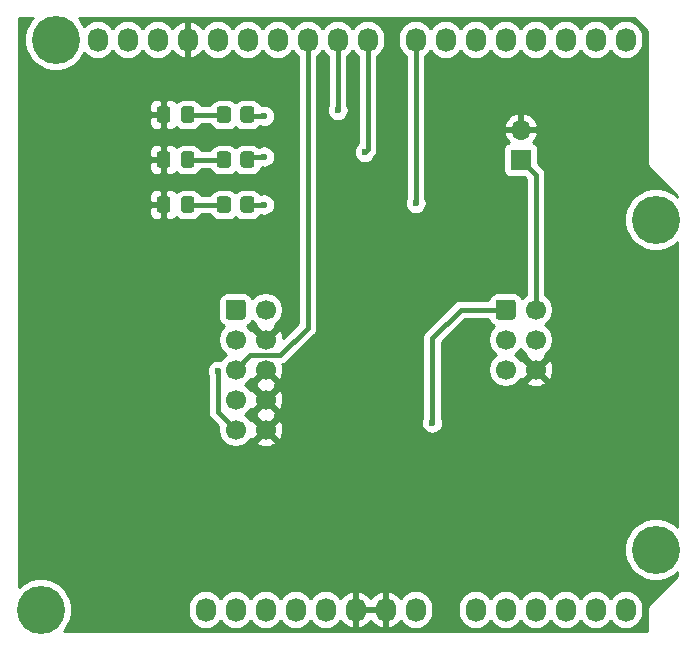
<source format=gbr>
G04 #@! TF.GenerationSoftware,KiCad,Pcbnew,(5.1.9)-1*
G04 #@! TF.CreationDate,2021-02-28T19:29:52+01:00*
G04 #@! TF.ProjectId,arduino as isp shield,61726475-696e-46f2-9061-732069737020,rev?*
G04 #@! TF.SameCoordinates,Original*
G04 #@! TF.FileFunction,Copper,L1,Top*
G04 #@! TF.FilePolarity,Positive*
%FSLAX46Y46*%
G04 Gerber Fmt 4.6, Leading zero omitted, Abs format (unit mm)*
G04 Created by KiCad (PCBNEW (5.1.9)-1) date 2021-02-28 19:29:52*
%MOMM*%
%LPD*%
G01*
G04 APERTURE LIST*
G04 #@! TA.AperFunction,ComponentPad*
%ADD10O,1.700000X1.700000*%
G04 #@! TD*
G04 #@! TA.AperFunction,ComponentPad*
%ADD11R,1.700000X1.700000*%
G04 #@! TD*
G04 #@! TA.AperFunction,ComponentPad*
%ADD12C,1.700000*%
G04 #@! TD*
G04 #@! TA.AperFunction,ComponentPad*
%ADD13O,1.727200X2.032000*%
G04 #@! TD*
G04 #@! TA.AperFunction,ComponentPad*
%ADD14C,4.064000*%
G04 #@! TD*
G04 #@! TA.AperFunction,ViaPad*
%ADD15C,0.600000*%
G04 #@! TD*
G04 #@! TA.AperFunction,Conductor*
%ADD16C,0.400000*%
G04 #@! TD*
G04 #@! TA.AperFunction,Conductor*
%ADD17C,0.254000*%
G04 #@! TD*
G04 #@! TA.AperFunction,Conductor*
%ADD18C,0.100000*%
G04 #@! TD*
G04 APERTURE END LIST*
D10*
X154178000Y-83185000D03*
D11*
X154178000Y-85725000D03*
G04 #@! TA.AperFunction,SMDPad,CuDef*
G36*
G01*
X129648000Y-89084999D02*
X129648000Y-89985001D01*
G75*
G02*
X129398001Y-90235000I-249999J0D01*
G01*
X128697999Y-90235000D01*
G75*
G02*
X128448000Y-89985001I0J249999D01*
G01*
X128448000Y-89084999D01*
G75*
G02*
X128697999Y-88835000I249999J0D01*
G01*
X129398001Y-88835000D01*
G75*
G02*
X129648000Y-89084999I0J-249999D01*
G01*
G37*
G04 #@! TD.AperFunction*
G04 #@! TA.AperFunction,SMDPad,CuDef*
G36*
G01*
X131648000Y-89084999D02*
X131648000Y-89985001D01*
G75*
G02*
X131398001Y-90235000I-249999J0D01*
G01*
X130697999Y-90235000D01*
G75*
G02*
X130448000Y-89985001I0J249999D01*
G01*
X130448000Y-89084999D01*
G75*
G02*
X130697999Y-88835000I249999J0D01*
G01*
X131398001Y-88835000D01*
G75*
G02*
X131648000Y-89084999I0J-249999D01*
G01*
G37*
G04 #@! TD.AperFunction*
G04 #@! TA.AperFunction,SMDPad,CuDef*
G36*
G01*
X129648000Y-85274999D02*
X129648000Y-86175001D01*
G75*
G02*
X129398001Y-86425000I-249999J0D01*
G01*
X128697999Y-86425000D01*
G75*
G02*
X128448000Y-86175001I0J249999D01*
G01*
X128448000Y-85274999D01*
G75*
G02*
X128697999Y-85025000I249999J0D01*
G01*
X129398001Y-85025000D01*
G75*
G02*
X129648000Y-85274999I0J-249999D01*
G01*
G37*
G04 #@! TD.AperFunction*
G04 #@! TA.AperFunction,SMDPad,CuDef*
G36*
G01*
X131648000Y-85274999D02*
X131648000Y-86175001D01*
G75*
G02*
X131398001Y-86425000I-249999J0D01*
G01*
X130697999Y-86425000D01*
G75*
G02*
X130448000Y-86175001I0J249999D01*
G01*
X130448000Y-85274999D01*
G75*
G02*
X130697999Y-85025000I249999J0D01*
G01*
X131398001Y-85025000D01*
G75*
G02*
X131648000Y-85274999I0J-249999D01*
G01*
G37*
G04 #@! TD.AperFunction*
G04 #@! TA.AperFunction,SMDPad,CuDef*
G36*
G01*
X129648000Y-81464999D02*
X129648000Y-82365001D01*
G75*
G02*
X129398001Y-82615000I-249999J0D01*
G01*
X128697999Y-82615000D01*
G75*
G02*
X128448000Y-82365001I0J249999D01*
G01*
X128448000Y-81464999D01*
G75*
G02*
X128697999Y-81215000I249999J0D01*
G01*
X129398001Y-81215000D01*
G75*
G02*
X129648000Y-81464999I0J-249999D01*
G01*
G37*
G04 #@! TD.AperFunction*
G04 #@! TA.AperFunction,SMDPad,CuDef*
G36*
G01*
X131648000Y-81464999D02*
X131648000Y-82365001D01*
G75*
G02*
X131398001Y-82615000I-249999J0D01*
G01*
X130697999Y-82615000D01*
G75*
G02*
X130448000Y-82365001I0J249999D01*
G01*
X130448000Y-81464999D01*
G75*
G02*
X130697999Y-81215000I249999J0D01*
G01*
X131398001Y-81215000D01*
G75*
G02*
X131648000Y-81464999I0J-249999D01*
G01*
G37*
G04 #@! TD.AperFunction*
G04 #@! TA.AperFunction,SMDPad,CuDef*
G36*
G01*
X125418000Y-89985001D02*
X125418000Y-89084999D01*
G75*
G02*
X125667999Y-88835000I249999J0D01*
G01*
X126318001Y-88835000D01*
G75*
G02*
X126568000Y-89084999I0J-249999D01*
G01*
X126568000Y-89985001D01*
G75*
G02*
X126318001Y-90235000I-249999J0D01*
G01*
X125667999Y-90235000D01*
G75*
G02*
X125418000Y-89985001I0J249999D01*
G01*
G37*
G04 #@! TD.AperFunction*
G04 #@! TA.AperFunction,SMDPad,CuDef*
G36*
G01*
X123368000Y-89985001D02*
X123368000Y-89084999D01*
G75*
G02*
X123617999Y-88835000I249999J0D01*
G01*
X124268001Y-88835000D01*
G75*
G02*
X124518000Y-89084999I0J-249999D01*
G01*
X124518000Y-89985001D01*
G75*
G02*
X124268001Y-90235000I-249999J0D01*
G01*
X123617999Y-90235000D01*
G75*
G02*
X123368000Y-89985001I0J249999D01*
G01*
G37*
G04 #@! TD.AperFunction*
G04 #@! TA.AperFunction,SMDPad,CuDef*
G36*
G01*
X125418000Y-86175001D02*
X125418000Y-85274999D01*
G75*
G02*
X125667999Y-85025000I249999J0D01*
G01*
X126318001Y-85025000D01*
G75*
G02*
X126568000Y-85274999I0J-249999D01*
G01*
X126568000Y-86175001D01*
G75*
G02*
X126318001Y-86425000I-249999J0D01*
G01*
X125667999Y-86425000D01*
G75*
G02*
X125418000Y-86175001I0J249999D01*
G01*
G37*
G04 #@! TD.AperFunction*
G04 #@! TA.AperFunction,SMDPad,CuDef*
G36*
G01*
X123368000Y-86175001D02*
X123368000Y-85274999D01*
G75*
G02*
X123617999Y-85025000I249999J0D01*
G01*
X124268001Y-85025000D01*
G75*
G02*
X124518000Y-85274999I0J-249999D01*
G01*
X124518000Y-86175001D01*
G75*
G02*
X124268001Y-86425000I-249999J0D01*
G01*
X123617999Y-86425000D01*
G75*
G02*
X123368000Y-86175001I0J249999D01*
G01*
G37*
G04 #@! TD.AperFunction*
G04 #@! TA.AperFunction,SMDPad,CuDef*
G36*
G01*
X125418000Y-82365001D02*
X125418000Y-81464999D01*
G75*
G02*
X125667999Y-81215000I249999J0D01*
G01*
X126318001Y-81215000D01*
G75*
G02*
X126568000Y-81464999I0J-249999D01*
G01*
X126568000Y-82365001D01*
G75*
G02*
X126318001Y-82615000I-249999J0D01*
G01*
X125667999Y-82615000D01*
G75*
G02*
X125418000Y-82365001I0J249999D01*
G01*
G37*
G04 #@! TD.AperFunction*
G04 #@! TA.AperFunction,SMDPad,CuDef*
G36*
G01*
X123368000Y-82365001D02*
X123368000Y-81464999D01*
G75*
G02*
X123617999Y-81215000I249999J0D01*
G01*
X124268001Y-81215000D01*
G75*
G02*
X124518000Y-81464999I0J-249999D01*
G01*
X124518000Y-82365001D01*
G75*
G02*
X124268001Y-82615000I-249999J0D01*
G01*
X123617999Y-82615000D01*
G75*
G02*
X123368000Y-82365001I0J249999D01*
G01*
G37*
G04 #@! TD.AperFunction*
D12*
X155448000Y-103505000D03*
X155448000Y-100965000D03*
X155448000Y-98425000D03*
X152908000Y-103505000D03*
X152908000Y-100965000D03*
G04 #@! TA.AperFunction,ComponentPad*
G36*
G01*
X152058000Y-99025000D02*
X152058000Y-97825000D01*
G75*
G02*
X152308000Y-97575000I250000J0D01*
G01*
X153508000Y-97575000D01*
G75*
G02*
X153758000Y-97825000I0J-250000D01*
G01*
X153758000Y-99025000D01*
G75*
G02*
X153508000Y-99275000I-250000J0D01*
G01*
X152308000Y-99275000D01*
G75*
G02*
X152058000Y-99025000I0J250000D01*
G01*
G37*
G04 #@! TD.AperFunction*
X132588000Y-108585000D03*
X132588000Y-106045000D03*
X132588000Y-103505000D03*
X132588000Y-100965000D03*
X132588000Y-98425000D03*
X130048000Y-108585000D03*
X130048000Y-106045000D03*
X130048000Y-103505000D03*
X130048000Y-100965000D03*
G04 #@! TA.AperFunction,ComponentPad*
G36*
G01*
X129198000Y-99025000D02*
X129198000Y-97825000D01*
G75*
G02*
X129448000Y-97575000I250000J0D01*
G01*
X130648000Y-97575000D01*
G75*
G02*
X130898000Y-97825000I0J-250000D01*
G01*
X130898000Y-99025000D01*
G75*
G02*
X130648000Y-99275000I-250000J0D01*
G01*
X129448000Y-99275000D01*
G75*
G02*
X129198000Y-99025000I0J250000D01*
G01*
G37*
G04 #@! TD.AperFunction*
D13*
X127508000Y-123825000D03*
X130048000Y-123825000D03*
X132588000Y-123825000D03*
X135128000Y-123825000D03*
X137668000Y-123825000D03*
X140208000Y-123825000D03*
X142748000Y-123825000D03*
X145288000Y-123825000D03*
X150368000Y-123825000D03*
X152908000Y-123825000D03*
X155448000Y-123825000D03*
X157988000Y-123825000D03*
X160528000Y-123825000D03*
X163068000Y-123825000D03*
X118364000Y-75565000D03*
X120904000Y-75565000D03*
X123444000Y-75565000D03*
X125984000Y-75565000D03*
X128524000Y-75565000D03*
X131064000Y-75565000D03*
X133604000Y-75565000D03*
X136144000Y-75565000D03*
X138684000Y-75565000D03*
X141224000Y-75565000D03*
X145288000Y-75565000D03*
X147828000Y-75565000D03*
X150368000Y-75565000D03*
X152908000Y-75565000D03*
X155448000Y-75565000D03*
X157988000Y-75565000D03*
X160528000Y-75565000D03*
X163068000Y-75565000D03*
D14*
X113538000Y-123825000D03*
X165608000Y-118745000D03*
X114808000Y-75565000D03*
X165608000Y-90805000D03*
D15*
X128524000Y-103632000D03*
X146685000Y-108015010D03*
X138684000Y-81534000D03*
X132461000Y-82042000D03*
X140970000Y-85090000D03*
X132461000Y-85471000D03*
X145288000Y-89408000D03*
X132461000Y-89535000D03*
D16*
X128524000Y-107061000D02*
X130048000Y-108585000D01*
X128524000Y-103632000D02*
X128524000Y-107061000D01*
X149098000Y-98425000D02*
X146685000Y-100838000D01*
X146685000Y-100838000D02*
X146685000Y-108015010D01*
X152908000Y-98425000D02*
X149098000Y-98425000D01*
X131298001Y-102254999D02*
X130048000Y-103505000D01*
X133838001Y-102254999D02*
X131298001Y-102254999D01*
X136144000Y-99949000D02*
X133838001Y-102254999D01*
X136144000Y-75565000D02*
X136144000Y-99949000D01*
X138684000Y-75565000D02*
X138684000Y-81534000D01*
X131175000Y-82042000D02*
X131048000Y-81915000D01*
X132461000Y-82042000D02*
X131175000Y-82042000D01*
X141224000Y-84836000D02*
X140970000Y-85090000D01*
X141224000Y-75565000D02*
X141224000Y-84836000D01*
X131302000Y-85471000D02*
X131048000Y-85725000D01*
X132461000Y-85471000D02*
X131302000Y-85471000D01*
X145288000Y-75565000D02*
X145288000Y-89408000D01*
X132461000Y-89535000D02*
X131048000Y-89535000D01*
X125993000Y-81915000D02*
X129048000Y-81915000D01*
X125993000Y-85725000D02*
X129048000Y-85725000D01*
X125993000Y-89535000D02*
X129048000Y-89535000D01*
X155448000Y-86995000D02*
X154178000Y-85725000D01*
X155448000Y-98425000D02*
X155448000Y-86995000D01*
D17*
X112736406Y-73864887D02*
X112444536Y-74301702D01*
X112243492Y-74787065D01*
X112141000Y-75302323D01*
X112141000Y-75827677D01*
X112243492Y-76342935D01*
X112444536Y-76828298D01*
X112736406Y-77265113D01*
X113107887Y-77636594D01*
X113544702Y-77928464D01*
X114030065Y-78129508D01*
X114545323Y-78232000D01*
X115070677Y-78232000D01*
X115585935Y-78129508D01*
X116071298Y-77928464D01*
X116508113Y-77636594D01*
X116879594Y-77265113D01*
X117171464Y-76828298D01*
X117227001Y-76694219D01*
X117299203Y-76782197D01*
X117527395Y-76969469D01*
X117787737Y-77108625D01*
X118070224Y-77194316D01*
X118364000Y-77223251D01*
X118657777Y-77194316D01*
X118940264Y-77108625D01*
X119200606Y-76969469D01*
X119428797Y-76782197D01*
X119616069Y-76554006D01*
X119634000Y-76520459D01*
X119651931Y-76554006D01*
X119839203Y-76782197D01*
X120067395Y-76969469D01*
X120327737Y-77108625D01*
X120610224Y-77194316D01*
X120904000Y-77223251D01*
X121197777Y-77194316D01*
X121480264Y-77108625D01*
X121740606Y-76969469D01*
X121968797Y-76782197D01*
X122156069Y-76554006D01*
X122174000Y-76520459D01*
X122191931Y-76554006D01*
X122379203Y-76782197D01*
X122607395Y-76969469D01*
X122867737Y-77108625D01*
X123150224Y-77194316D01*
X123444000Y-77223251D01*
X123737777Y-77194316D01*
X124020264Y-77108625D01*
X124280606Y-76969469D01*
X124508797Y-76782197D01*
X124696069Y-76554006D01*
X124717424Y-76514053D01*
X124865514Y-76716729D01*
X125081965Y-76915733D01*
X125333081Y-77068686D01*
X125609211Y-77169709D01*
X125624974Y-77172358D01*
X125857000Y-77051217D01*
X125857000Y-75692000D01*
X125837000Y-75692000D01*
X125837000Y-75438000D01*
X125857000Y-75438000D01*
X125857000Y-74078783D01*
X126111000Y-74078783D01*
X126111000Y-75438000D01*
X126131000Y-75438000D01*
X126131000Y-75692000D01*
X126111000Y-75692000D01*
X126111000Y-77051217D01*
X126343026Y-77172358D01*
X126358789Y-77169709D01*
X126634919Y-77068686D01*
X126886035Y-76915733D01*
X127102486Y-76716729D01*
X127250576Y-76514053D01*
X127271931Y-76554006D01*
X127459203Y-76782197D01*
X127687395Y-76969469D01*
X127947737Y-77108625D01*
X128230224Y-77194316D01*
X128524000Y-77223251D01*
X128817777Y-77194316D01*
X129100264Y-77108625D01*
X129360606Y-76969469D01*
X129588797Y-76782197D01*
X129776069Y-76554006D01*
X129794000Y-76520459D01*
X129811931Y-76554006D01*
X129999203Y-76782197D01*
X130227395Y-76969469D01*
X130487737Y-77108625D01*
X130770224Y-77194316D01*
X131064000Y-77223251D01*
X131357777Y-77194316D01*
X131640264Y-77108625D01*
X131900606Y-76969469D01*
X132128797Y-76782197D01*
X132316069Y-76554006D01*
X132334000Y-76520459D01*
X132351931Y-76554006D01*
X132539203Y-76782197D01*
X132767395Y-76969469D01*
X133027737Y-77108625D01*
X133310224Y-77194316D01*
X133604000Y-77223251D01*
X133897777Y-77194316D01*
X134180264Y-77108625D01*
X134440606Y-76969469D01*
X134668797Y-76782197D01*
X134856069Y-76554006D01*
X134874000Y-76520459D01*
X134891931Y-76554006D01*
X135079203Y-76782197D01*
X135307395Y-76969469D01*
X135309000Y-76970327D01*
X135309001Y-99603131D01*
X134070633Y-100841499D01*
X134036599Y-100606981D01*
X133938919Y-100331253D01*
X133865472Y-100193843D01*
X133616397Y-100116208D01*
X132767605Y-100965000D01*
X132781748Y-100979143D01*
X132602143Y-101158748D01*
X132588000Y-101144605D01*
X132573858Y-101158748D01*
X132394253Y-100979143D01*
X132408395Y-100965000D01*
X131559603Y-100116208D01*
X131317311Y-100191729D01*
X131201475Y-100018368D01*
X131014392Y-99831285D01*
X131141386Y-99763405D01*
X131275962Y-99652962D01*
X131386405Y-99518386D01*
X131454285Y-99391392D01*
X131641368Y-99578475D01*
X131814729Y-99694311D01*
X131739208Y-99936603D01*
X132588000Y-100785395D01*
X133436792Y-99936603D01*
X133361271Y-99694311D01*
X133534632Y-99578475D01*
X133741475Y-99371632D01*
X133903990Y-99128411D01*
X134015932Y-98858158D01*
X134073000Y-98571260D01*
X134073000Y-98278740D01*
X134015932Y-97991842D01*
X133903990Y-97721589D01*
X133741475Y-97478368D01*
X133534632Y-97271525D01*
X133291411Y-97109010D01*
X133021158Y-96997068D01*
X132734260Y-96940000D01*
X132441740Y-96940000D01*
X132154842Y-96997068D01*
X131884589Y-97109010D01*
X131641368Y-97271525D01*
X131454285Y-97458608D01*
X131386405Y-97331614D01*
X131275962Y-97197038D01*
X131141386Y-97086595D01*
X130987850Y-97004528D01*
X130821254Y-96953992D01*
X130648000Y-96936928D01*
X129448000Y-96936928D01*
X129274746Y-96953992D01*
X129108150Y-97004528D01*
X128954614Y-97086595D01*
X128820038Y-97197038D01*
X128709595Y-97331614D01*
X128627528Y-97485150D01*
X128576992Y-97651746D01*
X128559928Y-97825000D01*
X128559928Y-99025000D01*
X128576992Y-99198254D01*
X128627528Y-99364850D01*
X128709595Y-99518386D01*
X128820038Y-99652962D01*
X128954614Y-99763405D01*
X129081608Y-99831285D01*
X128894525Y-100018368D01*
X128732010Y-100261589D01*
X128620068Y-100531842D01*
X128563000Y-100818740D01*
X128563000Y-101111260D01*
X128620068Y-101398158D01*
X128732010Y-101668411D01*
X128894525Y-101911632D01*
X129101368Y-102118475D01*
X129275760Y-102235000D01*
X129101368Y-102351525D01*
X128894525Y-102558368D01*
X128780096Y-102729623D01*
X128616089Y-102697000D01*
X128431911Y-102697000D01*
X128251271Y-102732932D01*
X128081111Y-102803414D01*
X127927972Y-102905738D01*
X127797738Y-103035972D01*
X127695414Y-103189111D01*
X127624932Y-103359271D01*
X127589000Y-103539911D01*
X127589000Y-103724089D01*
X127624932Y-103904729D01*
X127689000Y-104059404D01*
X127689001Y-107019972D01*
X127684960Y-107061000D01*
X127701082Y-107224688D01*
X127748828Y-107382086D01*
X127826364Y-107527145D01*
X127826365Y-107527146D01*
X127930710Y-107654291D01*
X127962574Y-107680441D01*
X128589193Y-108307060D01*
X128563000Y-108438740D01*
X128563000Y-108731260D01*
X128620068Y-109018158D01*
X128732010Y-109288411D01*
X128894525Y-109531632D01*
X129101368Y-109738475D01*
X129344589Y-109900990D01*
X129614842Y-110012932D01*
X129901740Y-110070000D01*
X130194260Y-110070000D01*
X130481158Y-110012932D01*
X130751411Y-109900990D01*
X130994632Y-109738475D01*
X131119710Y-109613397D01*
X131739208Y-109613397D01*
X131816843Y-109862472D01*
X132080883Y-109988371D01*
X132364411Y-110060339D01*
X132656531Y-110075611D01*
X132946019Y-110033599D01*
X133221747Y-109935919D01*
X133359157Y-109862472D01*
X133436792Y-109613397D01*
X132588000Y-108764605D01*
X131739208Y-109613397D01*
X131119710Y-109613397D01*
X131201475Y-109531632D01*
X131317311Y-109358271D01*
X131559603Y-109433792D01*
X132408395Y-108585000D01*
X132767605Y-108585000D01*
X133616397Y-109433792D01*
X133865472Y-109356157D01*
X133991371Y-109092117D01*
X134063339Y-108808589D01*
X134078611Y-108516469D01*
X134036599Y-108226981D01*
X133938919Y-107951253D01*
X133923776Y-107922921D01*
X145750000Y-107922921D01*
X145750000Y-108107099D01*
X145785932Y-108287739D01*
X145856414Y-108457899D01*
X145958738Y-108611038D01*
X146088972Y-108741272D01*
X146242111Y-108843596D01*
X146412271Y-108914078D01*
X146592911Y-108950010D01*
X146777089Y-108950010D01*
X146957729Y-108914078D01*
X147127889Y-108843596D01*
X147281028Y-108741272D01*
X147411262Y-108611038D01*
X147513586Y-108457899D01*
X147584068Y-108287739D01*
X147620000Y-108107099D01*
X147620000Y-107922921D01*
X147584068Y-107742281D01*
X147520000Y-107587606D01*
X147520000Y-101183867D01*
X149443868Y-99260000D01*
X151455722Y-99260000D01*
X151487528Y-99364850D01*
X151569595Y-99518386D01*
X151680038Y-99652962D01*
X151814614Y-99763405D01*
X151941608Y-99831285D01*
X151754525Y-100018368D01*
X151592010Y-100261589D01*
X151480068Y-100531842D01*
X151423000Y-100818740D01*
X151423000Y-101111260D01*
X151480068Y-101398158D01*
X151592010Y-101668411D01*
X151754525Y-101911632D01*
X151961368Y-102118475D01*
X152135760Y-102235000D01*
X151961368Y-102351525D01*
X151754525Y-102558368D01*
X151592010Y-102801589D01*
X151480068Y-103071842D01*
X151423000Y-103358740D01*
X151423000Y-103651260D01*
X151480068Y-103938158D01*
X151592010Y-104208411D01*
X151754525Y-104451632D01*
X151961368Y-104658475D01*
X152204589Y-104820990D01*
X152474842Y-104932932D01*
X152761740Y-104990000D01*
X153054260Y-104990000D01*
X153341158Y-104932932D01*
X153611411Y-104820990D01*
X153854632Y-104658475D01*
X153979710Y-104533397D01*
X154599208Y-104533397D01*
X154676843Y-104782472D01*
X154940883Y-104908371D01*
X155224411Y-104980339D01*
X155516531Y-104995611D01*
X155806019Y-104953599D01*
X156081747Y-104855919D01*
X156219157Y-104782472D01*
X156296792Y-104533397D01*
X155448000Y-103684605D01*
X154599208Y-104533397D01*
X153979710Y-104533397D01*
X154061475Y-104451632D01*
X154177311Y-104278271D01*
X154419603Y-104353792D01*
X155268395Y-103505000D01*
X155627605Y-103505000D01*
X156476397Y-104353792D01*
X156725472Y-104276157D01*
X156851371Y-104012117D01*
X156923339Y-103728589D01*
X156938611Y-103436469D01*
X156896599Y-103146981D01*
X156798919Y-102871253D01*
X156725472Y-102733843D01*
X156476397Y-102656208D01*
X155627605Y-103505000D01*
X155268395Y-103505000D01*
X154419603Y-102656208D01*
X154177311Y-102731729D01*
X154061475Y-102558368D01*
X153854632Y-102351525D01*
X153680240Y-102235000D01*
X153854632Y-102118475D01*
X154061475Y-101911632D01*
X154178000Y-101737240D01*
X154294525Y-101911632D01*
X154501368Y-102118475D01*
X154674729Y-102234311D01*
X154599208Y-102476603D01*
X155448000Y-103325395D01*
X156296792Y-102476603D01*
X156221271Y-102234311D01*
X156394632Y-102118475D01*
X156601475Y-101911632D01*
X156763990Y-101668411D01*
X156875932Y-101398158D01*
X156933000Y-101111260D01*
X156933000Y-100818740D01*
X156875932Y-100531842D01*
X156763990Y-100261589D01*
X156601475Y-100018368D01*
X156394632Y-99811525D01*
X156220240Y-99695000D01*
X156394632Y-99578475D01*
X156601475Y-99371632D01*
X156763990Y-99128411D01*
X156875932Y-98858158D01*
X156933000Y-98571260D01*
X156933000Y-98278740D01*
X156875932Y-97991842D01*
X156763990Y-97721589D01*
X156601475Y-97478368D01*
X156394632Y-97271525D01*
X156283000Y-97196935D01*
X156283000Y-87036015D01*
X156287040Y-86994999D01*
X156280588Y-86929494D01*
X156270918Y-86831311D01*
X156223172Y-86673913D01*
X156145636Y-86528854D01*
X156041291Y-86401709D01*
X156009426Y-86375558D01*
X155666072Y-86032204D01*
X155666072Y-84875000D01*
X155653812Y-84750518D01*
X155617502Y-84630820D01*
X155558537Y-84520506D01*
X155479185Y-84423815D01*
X155382494Y-84344463D01*
X155272180Y-84285498D01*
X155191534Y-84261034D01*
X155275588Y-84185269D01*
X155449641Y-83951920D01*
X155574825Y-83689099D01*
X155619476Y-83541890D01*
X155498155Y-83312000D01*
X154305000Y-83312000D01*
X154305000Y-83332000D01*
X154051000Y-83332000D01*
X154051000Y-83312000D01*
X152857845Y-83312000D01*
X152736524Y-83541890D01*
X152781175Y-83689099D01*
X152906359Y-83951920D01*
X153080412Y-84185269D01*
X153164466Y-84261034D01*
X153083820Y-84285498D01*
X152973506Y-84344463D01*
X152876815Y-84423815D01*
X152797463Y-84520506D01*
X152738498Y-84630820D01*
X152702188Y-84750518D01*
X152689928Y-84875000D01*
X152689928Y-86575000D01*
X152702188Y-86699482D01*
X152738498Y-86819180D01*
X152797463Y-86929494D01*
X152876815Y-87026185D01*
X152973506Y-87105537D01*
X153083820Y-87164502D01*
X153203518Y-87200812D01*
X153328000Y-87213072D01*
X154485204Y-87213072D01*
X154613001Y-87340869D01*
X154613000Y-97196935D01*
X154501368Y-97271525D01*
X154314285Y-97458608D01*
X154246405Y-97331614D01*
X154135962Y-97197038D01*
X154001386Y-97086595D01*
X153847850Y-97004528D01*
X153681254Y-96953992D01*
X153508000Y-96936928D01*
X152308000Y-96936928D01*
X152134746Y-96953992D01*
X151968150Y-97004528D01*
X151814614Y-97086595D01*
X151680038Y-97197038D01*
X151569595Y-97331614D01*
X151487528Y-97485150D01*
X151455722Y-97590000D01*
X149139007Y-97590000D01*
X149097999Y-97585961D01*
X149056991Y-97590000D01*
X149056981Y-97590000D01*
X148934311Y-97602082D01*
X148776913Y-97649828D01*
X148631854Y-97727364D01*
X148504709Y-97831709D01*
X148478559Y-97863573D01*
X146123579Y-100218554D01*
X146091709Y-100244709D01*
X146020685Y-100331253D01*
X145987364Y-100371855D01*
X145909828Y-100516914D01*
X145862082Y-100674312D01*
X145845960Y-100838000D01*
X145850000Y-100879019D01*
X145850001Y-107587604D01*
X145785932Y-107742281D01*
X145750000Y-107922921D01*
X133923776Y-107922921D01*
X133865472Y-107813843D01*
X133616397Y-107736208D01*
X132767605Y-108585000D01*
X132408395Y-108585000D01*
X131559603Y-107736208D01*
X131317311Y-107811729D01*
X131201475Y-107638368D01*
X130994632Y-107431525D01*
X130820240Y-107315000D01*
X130994632Y-107198475D01*
X131119710Y-107073397D01*
X131739208Y-107073397D01*
X131814514Y-107315000D01*
X131739208Y-107556603D01*
X132588000Y-108405395D01*
X133436792Y-107556603D01*
X133361486Y-107315000D01*
X133436792Y-107073397D01*
X132588000Y-106224605D01*
X131739208Y-107073397D01*
X131119710Y-107073397D01*
X131201475Y-106991632D01*
X131317311Y-106818271D01*
X131559603Y-106893792D01*
X132408395Y-106045000D01*
X132767605Y-106045000D01*
X133616397Y-106893792D01*
X133865472Y-106816157D01*
X133991371Y-106552117D01*
X134063339Y-106268589D01*
X134078611Y-105976469D01*
X134036599Y-105686981D01*
X133938919Y-105411253D01*
X133865472Y-105273843D01*
X133616397Y-105196208D01*
X132767605Y-106045000D01*
X132408395Y-106045000D01*
X131559603Y-105196208D01*
X131317311Y-105271729D01*
X131201475Y-105098368D01*
X130994632Y-104891525D01*
X130820240Y-104775000D01*
X130994632Y-104658475D01*
X131119710Y-104533397D01*
X131739208Y-104533397D01*
X131814514Y-104775000D01*
X131739208Y-105016603D01*
X132588000Y-105865395D01*
X133436792Y-105016603D01*
X133361486Y-104775000D01*
X133436792Y-104533397D01*
X132588000Y-103684605D01*
X131739208Y-104533397D01*
X131119710Y-104533397D01*
X131201475Y-104451632D01*
X131317311Y-104278271D01*
X131559603Y-104353792D01*
X132408395Y-103505000D01*
X132394253Y-103490858D01*
X132573858Y-103311253D01*
X132588000Y-103325395D01*
X132602143Y-103311253D01*
X132781748Y-103490858D01*
X132767605Y-103505000D01*
X133616397Y-104353792D01*
X133865472Y-104276157D01*
X133991371Y-104012117D01*
X134063339Y-103728589D01*
X134078611Y-103436469D01*
X134036599Y-103146981D01*
X134011119Y-103075057D01*
X134159088Y-103030171D01*
X134304147Y-102952635D01*
X134431292Y-102848290D01*
X134457447Y-102816420D01*
X136705427Y-100568441D01*
X136737291Y-100542291D01*
X136841636Y-100415146D01*
X136919172Y-100270087D01*
X136966918Y-100112689D01*
X136976208Y-100018368D01*
X136983040Y-99949001D01*
X136979000Y-99907982D01*
X136979000Y-76970327D01*
X136980606Y-76969469D01*
X137208797Y-76782197D01*
X137396069Y-76554006D01*
X137414000Y-76520459D01*
X137431931Y-76554006D01*
X137619203Y-76782197D01*
X137847395Y-76969469D01*
X137849000Y-76970327D01*
X137849001Y-81106594D01*
X137784932Y-81261271D01*
X137749000Y-81441911D01*
X137749000Y-81626089D01*
X137784932Y-81806729D01*
X137855414Y-81976889D01*
X137957738Y-82130028D01*
X138087972Y-82260262D01*
X138241111Y-82362586D01*
X138411271Y-82433068D01*
X138591911Y-82469000D01*
X138776089Y-82469000D01*
X138956729Y-82433068D01*
X139126889Y-82362586D01*
X139280028Y-82260262D01*
X139410262Y-82130028D01*
X139512586Y-81976889D01*
X139583068Y-81806729D01*
X139619000Y-81626089D01*
X139619000Y-81441911D01*
X139583068Y-81261271D01*
X139519000Y-81106596D01*
X139519000Y-76970327D01*
X139520606Y-76969469D01*
X139748797Y-76782197D01*
X139936069Y-76554006D01*
X139954000Y-76520459D01*
X139971931Y-76554006D01*
X140159203Y-76782197D01*
X140387395Y-76969469D01*
X140389000Y-76970327D01*
X140389001Y-84353696D01*
X140373972Y-84363738D01*
X140243738Y-84493972D01*
X140141414Y-84647111D01*
X140070932Y-84817271D01*
X140035000Y-84997911D01*
X140035000Y-85182089D01*
X140070932Y-85362729D01*
X140141414Y-85532889D01*
X140243738Y-85686028D01*
X140373972Y-85816262D01*
X140527111Y-85918586D01*
X140697271Y-85989068D01*
X140877911Y-86025000D01*
X141062089Y-86025000D01*
X141242729Y-85989068D01*
X141412889Y-85918586D01*
X141566028Y-85816262D01*
X141696262Y-85686028D01*
X141798586Y-85532889D01*
X141866165Y-85369738D01*
X141921636Y-85302146D01*
X141999172Y-85157087D01*
X142046918Y-84999689D01*
X142059000Y-84877019D01*
X142059000Y-84877017D01*
X142063040Y-84836001D01*
X142059000Y-84794985D01*
X142059000Y-76970327D01*
X142060606Y-76969469D01*
X142288797Y-76782197D01*
X142476069Y-76554006D01*
X142615225Y-76293663D01*
X142700916Y-76011176D01*
X142722600Y-75791018D01*
X142722600Y-75338982D01*
X143789400Y-75338982D01*
X143789400Y-75791019D01*
X143811084Y-76011177D01*
X143896775Y-76293664D01*
X144035931Y-76554006D01*
X144223203Y-76782197D01*
X144451395Y-76969469D01*
X144453000Y-76970327D01*
X144453001Y-88980594D01*
X144388932Y-89135271D01*
X144353000Y-89315911D01*
X144353000Y-89500089D01*
X144388932Y-89680729D01*
X144459414Y-89850889D01*
X144561738Y-90004028D01*
X144691972Y-90134262D01*
X144845111Y-90236586D01*
X145015271Y-90307068D01*
X145195911Y-90343000D01*
X145380089Y-90343000D01*
X145560729Y-90307068D01*
X145730889Y-90236586D01*
X145884028Y-90134262D01*
X146014262Y-90004028D01*
X146116586Y-89850889D01*
X146187068Y-89680729D01*
X146223000Y-89500089D01*
X146223000Y-89315911D01*
X146187068Y-89135271D01*
X146123000Y-88980596D01*
X146123000Y-82828110D01*
X152736524Y-82828110D01*
X152857845Y-83058000D01*
X154051000Y-83058000D01*
X154051000Y-81864186D01*
X154305000Y-81864186D01*
X154305000Y-83058000D01*
X155498155Y-83058000D01*
X155619476Y-82828110D01*
X155574825Y-82680901D01*
X155449641Y-82418080D01*
X155275588Y-82184731D01*
X155059355Y-81989822D01*
X154809252Y-81840843D01*
X154534891Y-81743519D01*
X154305000Y-81864186D01*
X154051000Y-81864186D01*
X153821109Y-81743519D01*
X153546748Y-81840843D01*
X153296645Y-81989822D01*
X153080412Y-82184731D01*
X152906359Y-82418080D01*
X152781175Y-82680901D01*
X152736524Y-82828110D01*
X146123000Y-82828110D01*
X146123000Y-76970327D01*
X146124606Y-76969469D01*
X146352797Y-76782197D01*
X146540069Y-76554006D01*
X146558000Y-76520459D01*
X146575931Y-76554006D01*
X146763203Y-76782197D01*
X146991395Y-76969469D01*
X147251737Y-77108625D01*
X147534224Y-77194316D01*
X147828000Y-77223251D01*
X148121777Y-77194316D01*
X148404264Y-77108625D01*
X148664606Y-76969469D01*
X148892797Y-76782197D01*
X149080069Y-76554006D01*
X149098000Y-76520459D01*
X149115931Y-76554006D01*
X149303203Y-76782197D01*
X149531395Y-76969469D01*
X149791737Y-77108625D01*
X150074224Y-77194316D01*
X150368000Y-77223251D01*
X150661777Y-77194316D01*
X150944264Y-77108625D01*
X151204606Y-76969469D01*
X151432797Y-76782197D01*
X151620069Y-76554006D01*
X151638000Y-76520459D01*
X151655931Y-76554006D01*
X151843203Y-76782197D01*
X152071395Y-76969469D01*
X152331737Y-77108625D01*
X152614224Y-77194316D01*
X152908000Y-77223251D01*
X153201777Y-77194316D01*
X153484264Y-77108625D01*
X153744606Y-76969469D01*
X153972797Y-76782197D01*
X154160069Y-76554006D01*
X154178000Y-76520459D01*
X154195931Y-76554006D01*
X154383203Y-76782197D01*
X154611395Y-76969469D01*
X154871737Y-77108625D01*
X155154224Y-77194316D01*
X155448000Y-77223251D01*
X155741777Y-77194316D01*
X156024264Y-77108625D01*
X156284606Y-76969469D01*
X156512797Y-76782197D01*
X156700069Y-76554006D01*
X156718000Y-76520459D01*
X156735931Y-76554006D01*
X156923203Y-76782197D01*
X157151395Y-76969469D01*
X157411737Y-77108625D01*
X157694224Y-77194316D01*
X157988000Y-77223251D01*
X158281777Y-77194316D01*
X158564264Y-77108625D01*
X158824606Y-76969469D01*
X159052797Y-76782197D01*
X159240069Y-76554006D01*
X159258000Y-76520459D01*
X159275931Y-76554006D01*
X159463203Y-76782197D01*
X159691395Y-76969469D01*
X159951737Y-77108625D01*
X160234224Y-77194316D01*
X160528000Y-77223251D01*
X160821777Y-77194316D01*
X161104264Y-77108625D01*
X161364606Y-76969469D01*
X161592797Y-76782197D01*
X161780069Y-76554006D01*
X161798000Y-76520459D01*
X161815931Y-76554006D01*
X162003203Y-76782197D01*
X162231395Y-76969469D01*
X162491737Y-77108625D01*
X162774224Y-77194316D01*
X163068000Y-77223251D01*
X163361777Y-77194316D01*
X163644264Y-77108625D01*
X163904606Y-76969469D01*
X164132797Y-76782197D01*
X164320069Y-76554006D01*
X164459225Y-76293663D01*
X164544916Y-76011176D01*
X164566600Y-75791018D01*
X164566600Y-75338981D01*
X164544916Y-75118823D01*
X164459225Y-74836336D01*
X164320069Y-74575994D01*
X164132797Y-74347803D01*
X163904605Y-74160531D01*
X163644263Y-74021375D01*
X163361776Y-73935684D01*
X163068000Y-73906749D01*
X162774223Y-73935684D01*
X162491736Y-74021375D01*
X162231394Y-74160531D01*
X162003203Y-74347803D01*
X161815931Y-74575995D01*
X161798000Y-74609541D01*
X161780069Y-74575994D01*
X161592797Y-74347803D01*
X161364605Y-74160531D01*
X161104263Y-74021375D01*
X160821776Y-73935684D01*
X160528000Y-73906749D01*
X160234223Y-73935684D01*
X159951736Y-74021375D01*
X159691394Y-74160531D01*
X159463203Y-74347803D01*
X159275931Y-74575995D01*
X159258000Y-74609541D01*
X159240069Y-74575994D01*
X159052797Y-74347803D01*
X158824605Y-74160531D01*
X158564263Y-74021375D01*
X158281776Y-73935684D01*
X157988000Y-73906749D01*
X157694223Y-73935684D01*
X157411736Y-74021375D01*
X157151394Y-74160531D01*
X156923203Y-74347803D01*
X156735931Y-74575995D01*
X156718000Y-74609541D01*
X156700069Y-74575994D01*
X156512797Y-74347803D01*
X156284605Y-74160531D01*
X156024263Y-74021375D01*
X155741776Y-73935684D01*
X155448000Y-73906749D01*
X155154223Y-73935684D01*
X154871736Y-74021375D01*
X154611394Y-74160531D01*
X154383203Y-74347803D01*
X154195931Y-74575995D01*
X154178000Y-74609541D01*
X154160069Y-74575994D01*
X153972797Y-74347803D01*
X153744605Y-74160531D01*
X153484263Y-74021375D01*
X153201776Y-73935684D01*
X152908000Y-73906749D01*
X152614223Y-73935684D01*
X152331736Y-74021375D01*
X152071394Y-74160531D01*
X151843203Y-74347803D01*
X151655931Y-74575995D01*
X151638000Y-74609541D01*
X151620069Y-74575994D01*
X151432797Y-74347803D01*
X151204605Y-74160531D01*
X150944263Y-74021375D01*
X150661776Y-73935684D01*
X150368000Y-73906749D01*
X150074223Y-73935684D01*
X149791736Y-74021375D01*
X149531394Y-74160531D01*
X149303203Y-74347803D01*
X149115931Y-74575995D01*
X149098000Y-74609541D01*
X149080069Y-74575994D01*
X148892797Y-74347803D01*
X148664605Y-74160531D01*
X148404263Y-74021375D01*
X148121776Y-73935684D01*
X147828000Y-73906749D01*
X147534223Y-73935684D01*
X147251736Y-74021375D01*
X146991394Y-74160531D01*
X146763203Y-74347803D01*
X146575931Y-74575995D01*
X146558000Y-74609541D01*
X146540069Y-74575994D01*
X146352797Y-74347803D01*
X146124605Y-74160531D01*
X145864263Y-74021375D01*
X145581776Y-73935684D01*
X145288000Y-73906749D01*
X144994223Y-73935684D01*
X144711736Y-74021375D01*
X144451394Y-74160531D01*
X144223203Y-74347803D01*
X144035931Y-74575995D01*
X143896775Y-74836337D01*
X143811084Y-75118824D01*
X143789400Y-75338982D01*
X142722600Y-75338982D01*
X142722600Y-75338981D01*
X142700916Y-75118823D01*
X142615225Y-74836336D01*
X142476069Y-74575994D01*
X142288797Y-74347803D01*
X142060605Y-74160531D01*
X141800263Y-74021375D01*
X141517776Y-73935684D01*
X141224000Y-73906749D01*
X140930223Y-73935684D01*
X140647736Y-74021375D01*
X140387394Y-74160531D01*
X140159203Y-74347803D01*
X139971931Y-74575995D01*
X139954000Y-74609541D01*
X139936069Y-74575994D01*
X139748797Y-74347803D01*
X139520605Y-74160531D01*
X139260263Y-74021375D01*
X138977776Y-73935684D01*
X138684000Y-73906749D01*
X138390223Y-73935684D01*
X138107736Y-74021375D01*
X137847394Y-74160531D01*
X137619203Y-74347803D01*
X137431931Y-74575995D01*
X137414000Y-74609541D01*
X137396069Y-74575994D01*
X137208797Y-74347803D01*
X136980605Y-74160531D01*
X136720263Y-74021375D01*
X136437776Y-73935684D01*
X136144000Y-73906749D01*
X135850223Y-73935684D01*
X135567736Y-74021375D01*
X135307394Y-74160531D01*
X135079203Y-74347803D01*
X134891931Y-74575995D01*
X134874000Y-74609541D01*
X134856069Y-74575994D01*
X134668797Y-74347803D01*
X134440605Y-74160531D01*
X134180263Y-74021375D01*
X133897776Y-73935684D01*
X133604000Y-73906749D01*
X133310223Y-73935684D01*
X133027736Y-74021375D01*
X132767394Y-74160531D01*
X132539203Y-74347803D01*
X132351931Y-74575995D01*
X132334000Y-74609541D01*
X132316069Y-74575994D01*
X132128797Y-74347803D01*
X131900605Y-74160531D01*
X131640263Y-74021375D01*
X131357776Y-73935684D01*
X131064000Y-73906749D01*
X130770223Y-73935684D01*
X130487736Y-74021375D01*
X130227394Y-74160531D01*
X129999203Y-74347803D01*
X129811931Y-74575995D01*
X129794000Y-74609541D01*
X129776069Y-74575994D01*
X129588797Y-74347803D01*
X129360605Y-74160531D01*
X129100263Y-74021375D01*
X128817776Y-73935684D01*
X128524000Y-73906749D01*
X128230223Y-73935684D01*
X127947736Y-74021375D01*
X127687394Y-74160531D01*
X127459203Y-74347803D01*
X127271931Y-74575995D01*
X127250576Y-74615947D01*
X127102486Y-74413271D01*
X126886035Y-74214267D01*
X126634919Y-74061314D01*
X126358789Y-73960291D01*
X126343026Y-73957642D01*
X126111000Y-74078783D01*
X125857000Y-74078783D01*
X125624974Y-73957642D01*
X125609211Y-73960291D01*
X125333081Y-74061314D01*
X125081965Y-74214267D01*
X124865514Y-74413271D01*
X124717424Y-74615947D01*
X124696069Y-74575994D01*
X124508797Y-74347803D01*
X124280605Y-74160531D01*
X124020263Y-74021375D01*
X123737776Y-73935684D01*
X123444000Y-73906749D01*
X123150223Y-73935684D01*
X122867736Y-74021375D01*
X122607394Y-74160531D01*
X122379203Y-74347803D01*
X122191931Y-74575995D01*
X122174000Y-74609541D01*
X122156069Y-74575994D01*
X121968797Y-74347803D01*
X121740605Y-74160531D01*
X121480263Y-74021375D01*
X121197776Y-73935684D01*
X120904000Y-73906749D01*
X120610223Y-73935684D01*
X120327736Y-74021375D01*
X120067394Y-74160531D01*
X119839203Y-74347803D01*
X119651931Y-74575995D01*
X119634000Y-74609541D01*
X119616069Y-74575994D01*
X119428797Y-74347803D01*
X119200605Y-74160531D01*
X118940263Y-74021375D01*
X118657776Y-73935684D01*
X118364000Y-73906749D01*
X118070223Y-73935684D01*
X117787736Y-74021375D01*
X117527394Y-74160531D01*
X117299203Y-74347803D01*
X117227001Y-74435781D01*
X117171464Y-74301702D01*
X116879594Y-73864887D01*
X116749707Y-73735000D01*
X163789909Y-73735000D01*
X164898001Y-74843093D01*
X164898000Y-85944125D01*
X164894565Y-85979000D01*
X164898000Y-86013875D01*
X164898000Y-86013876D01*
X164908273Y-86118183D01*
X164948872Y-86252019D01*
X165014800Y-86375362D01*
X165103525Y-86483474D01*
X165130617Y-86505708D01*
X167438001Y-88813093D01*
X167438001Y-88863294D01*
X167308113Y-88733406D01*
X166871298Y-88441536D01*
X166385935Y-88240492D01*
X165870677Y-88138000D01*
X165345323Y-88138000D01*
X164830065Y-88240492D01*
X164344702Y-88441536D01*
X163907887Y-88733406D01*
X163536406Y-89104887D01*
X163244536Y-89541702D01*
X163043492Y-90027065D01*
X162941000Y-90542323D01*
X162941000Y-91067677D01*
X163043492Y-91582935D01*
X163244536Y-92068298D01*
X163536406Y-92505113D01*
X163907887Y-92876594D01*
X164344702Y-93168464D01*
X164830065Y-93369508D01*
X165345323Y-93472000D01*
X165870677Y-93472000D01*
X166385935Y-93369508D01*
X166871298Y-93168464D01*
X167308113Y-92876594D01*
X167438001Y-92746706D01*
X167438000Y-116803293D01*
X167308113Y-116673406D01*
X166871298Y-116381536D01*
X166385935Y-116180492D01*
X165870677Y-116078000D01*
X165345323Y-116078000D01*
X164830065Y-116180492D01*
X164344702Y-116381536D01*
X163907887Y-116673406D01*
X163536406Y-117044887D01*
X163244536Y-117481702D01*
X163043492Y-117967065D01*
X162941000Y-118482323D01*
X162941000Y-119007677D01*
X163043492Y-119522935D01*
X163244536Y-120008298D01*
X163536406Y-120445113D01*
X163907887Y-120816594D01*
X164344702Y-121108464D01*
X164830065Y-121309508D01*
X165345323Y-121412000D01*
X165870677Y-121412000D01*
X166385935Y-121309508D01*
X166871298Y-121108464D01*
X167308113Y-120816594D01*
X167438000Y-120686707D01*
X167438000Y-120990908D01*
X165130617Y-123298292D01*
X165103526Y-123320525D01*
X165081293Y-123347616D01*
X165014801Y-123428637D01*
X164948872Y-123551981D01*
X164908274Y-123685816D01*
X164894565Y-123825000D01*
X164898001Y-123859885D01*
X164898000Y-125655000D01*
X115479707Y-125655000D01*
X115609594Y-125525113D01*
X115901464Y-125088298D01*
X116102508Y-124602935D01*
X116205000Y-124087677D01*
X116205000Y-123598982D01*
X126009400Y-123598982D01*
X126009400Y-124051019D01*
X126031084Y-124271177D01*
X126116775Y-124553664D01*
X126255931Y-124814006D01*
X126443203Y-125042197D01*
X126671395Y-125229469D01*
X126931737Y-125368625D01*
X127214224Y-125454316D01*
X127508000Y-125483251D01*
X127801777Y-125454316D01*
X128084264Y-125368625D01*
X128344606Y-125229469D01*
X128572797Y-125042197D01*
X128760069Y-124814006D01*
X128778000Y-124780459D01*
X128795931Y-124814006D01*
X128983203Y-125042197D01*
X129211395Y-125229469D01*
X129471737Y-125368625D01*
X129754224Y-125454316D01*
X130048000Y-125483251D01*
X130341777Y-125454316D01*
X130624264Y-125368625D01*
X130884606Y-125229469D01*
X131112797Y-125042197D01*
X131300069Y-124814006D01*
X131318000Y-124780459D01*
X131335931Y-124814006D01*
X131523203Y-125042197D01*
X131751395Y-125229469D01*
X132011737Y-125368625D01*
X132294224Y-125454316D01*
X132588000Y-125483251D01*
X132881777Y-125454316D01*
X133164264Y-125368625D01*
X133424606Y-125229469D01*
X133652797Y-125042197D01*
X133840069Y-124814006D01*
X133858000Y-124780459D01*
X133875931Y-124814006D01*
X134063203Y-125042197D01*
X134291395Y-125229469D01*
X134551737Y-125368625D01*
X134834224Y-125454316D01*
X135128000Y-125483251D01*
X135421777Y-125454316D01*
X135704264Y-125368625D01*
X135964606Y-125229469D01*
X136192797Y-125042197D01*
X136380069Y-124814006D01*
X136398000Y-124780459D01*
X136415931Y-124814006D01*
X136603203Y-125042197D01*
X136831395Y-125229469D01*
X137091737Y-125368625D01*
X137374224Y-125454316D01*
X137668000Y-125483251D01*
X137961777Y-125454316D01*
X138244264Y-125368625D01*
X138504606Y-125229469D01*
X138732797Y-125042197D01*
X138920069Y-124814006D01*
X138941424Y-124774053D01*
X139089514Y-124976729D01*
X139305965Y-125175733D01*
X139557081Y-125328686D01*
X139833211Y-125429709D01*
X139848974Y-125432358D01*
X140081000Y-125311217D01*
X140081000Y-123952000D01*
X140335000Y-123952000D01*
X140335000Y-125311217D01*
X140567026Y-125432358D01*
X140582789Y-125429709D01*
X140858919Y-125328686D01*
X141110035Y-125175733D01*
X141326486Y-124976729D01*
X141478000Y-124769367D01*
X141629514Y-124976729D01*
X141845965Y-125175733D01*
X142097081Y-125328686D01*
X142373211Y-125429709D01*
X142388974Y-125432358D01*
X142621000Y-125311217D01*
X142621000Y-123952000D01*
X140335000Y-123952000D01*
X140081000Y-123952000D01*
X140061000Y-123952000D01*
X140061000Y-123698000D01*
X140081000Y-123698000D01*
X140081000Y-122338783D01*
X140335000Y-122338783D01*
X140335000Y-123698000D01*
X142621000Y-123698000D01*
X142621000Y-122338783D01*
X142875000Y-122338783D01*
X142875000Y-123698000D01*
X142895000Y-123698000D01*
X142895000Y-123952000D01*
X142875000Y-123952000D01*
X142875000Y-125311217D01*
X143107026Y-125432358D01*
X143122789Y-125429709D01*
X143398919Y-125328686D01*
X143650035Y-125175733D01*
X143866486Y-124976729D01*
X144014576Y-124774053D01*
X144035931Y-124814006D01*
X144223203Y-125042197D01*
X144451395Y-125229469D01*
X144711737Y-125368625D01*
X144994224Y-125454316D01*
X145288000Y-125483251D01*
X145581777Y-125454316D01*
X145864264Y-125368625D01*
X146124606Y-125229469D01*
X146352797Y-125042197D01*
X146540069Y-124814006D01*
X146679225Y-124553663D01*
X146764916Y-124271176D01*
X146786600Y-124051018D01*
X146786600Y-123598982D01*
X148869400Y-123598982D01*
X148869400Y-124051019D01*
X148891084Y-124271177D01*
X148976775Y-124553664D01*
X149115931Y-124814006D01*
X149303203Y-125042197D01*
X149531395Y-125229469D01*
X149791737Y-125368625D01*
X150074224Y-125454316D01*
X150368000Y-125483251D01*
X150661777Y-125454316D01*
X150944264Y-125368625D01*
X151204606Y-125229469D01*
X151432797Y-125042197D01*
X151620069Y-124814006D01*
X151638000Y-124780459D01*
X151655931Y-124814006D01*
X151843203Y-125042197D01*
X152071395Y-125229469D01*
X152331737Y-125368625D01*
X152614224Y-125454316D01*
X152908000Y-125483251D01*
X153201777Y-125454316D01*
X153484264Y-125368625D01*
X153744606Y-125229469D01*
X153972797Y-125042197D01*
X154160069Y-124814006D01*
X154178000Y-124780459D01*
X154195931Y-124814006D01*
X154383203Y-125042197D01*
X154611395Y-125229469D01*
X154871737Y-125368625D01*
X155154224Y-125454316D01*
X155448000Y-125483251D01*
X155741777Y-125454316D01*
X156024264Y-125368625D01*
X156284606Y-125229469D01*
X156512797Y-125042197D01*
X156700069Y-124814006D01*
X156718000Y-124780459D01*
X156735931Y-124814006D01*
X156923203Y-125042197D01*
X157151395Y-125229469D01*
X157411737Y-125368625D01*
X157694224Y-125454316D01*
X157988000Y-125483251D01*
X158281777Y-125454316D01*
X158564264Y-125368625D01*
X158824606Y-125229469D01*
X159052797Y-125042197D01*
X159240069Y-124814006D01*
X159258000Y-124780459D01*
X159275931Y-124814006D01*
X159463203Y-125042197D01*
X159691395Y-125229469D01*
X159951737Y-125368625D01*
X160234224Y-125454316D01*
X160528000Y-125483251D01*
X160821777Y-125454316D01*
X161104264Y-125368625D01*
X161364606Y-125229469D01*
X161592797Y-125042197D01*
X161780069Y-124814006D01*
X161798000Y-124780459D01*
X161815931Y-124814006D01*
X162003203Y-125042197D01*
X162231395Y-125229469D01*
X162491737Y-125368625D01*
X162774224Y-125454316D01*
X163068000Y-125483251D01*
X163361777Y-125454316D01*
X163644264Y-125368625D01*
X163904606Y-125229469D01*
X164132797Y-125042197D01*
X164320069Y-124814006D01*
X164459225Y-124553663D01*
X164544916Y-124271176D01*
X164566600Y-124051018D01*
X164566600Y-123598981D01*
X164544916Y-123378823D01*
X164459225Y-123096336D01*
X164320069Y-122835994D01*
X164132797Y-122607803D01*
X163904605Y-122420531D01*
X163644263Y-122281375D01*
X163361776Y-122195684D01*
X163068000Y-122166749D01*
X162774223Y-122195684D01*
X162491736Y-122281375D01*
X162231394Y-122420531D01*
X162003203Y-122607803D01*
X161815931Y-122835995D01*
X161798000Y-122869541D01*
X161780069Y-122835994D01*
X161592797Y-122607803D01*
X161364605Y-122420531D01*
X161104263Y-122281375D01*
X160821776Y-122195684D01*
X160528000Y-122166749D01*
X160234223Y-122195684D01*
X159951736Y-122281375D01*
X159691394Y-122420531D01*
X159463203Y-122607803D01*
X159275931Y-122835995D01*
X159258000Y-122869541D01*
X159240069Y-122835994D01*
X159052797Y-122607803D01*
X158824605Y-122420531D01*
X158564263Y-122281375D01*
X158281776Y-122195684D01*
X157988000Y-122166749D01*
X157694223Y-122195684D01*
X157411736Y-122281375D01*
X157151394Y-122420531D01*
X156923203Y-122607803D01*
X156735931Y-122835995D01*
X156718000Y-122869541D01*
X156700069Y-122835994D01*
X156512797Y-122607803D01*
X156284605Y-122420531D01*
X156024263Y-122281375D01*
X155741776Y-122195684D01*
X155448000Y-122166749D01*
X155154223Y-122195684D01*
X154871736Y-122281375D01*
X154611394Y-122420531D01*
X154383203Y-122607803D01*
X154195931Y-122835995D01*
X154178000Y-122869541D01*
X154160069Y-122835994D01*
X153972797Y-122607803D01*
X153744605Y-122420531D01*
X153484263Y-122281375D01*
X153201776Y-122195684D01*
X152908000Y-122166749D01*
X152614223Y-122195684D01*
X152331736Y-122281375D01*
X152071394Y-122420531D01*
X151843203Y-122607803D01*
X151655931Y-122835995D01*
X151638000Y-122869541D01*
X151620069Y-122835994D01*
X151432797Y-122607803D01*
X151204605Y-122420531D01*
X150944263Y-122281375D01*
X150661776Y-122195684D01*
X150368000Y-122166749D01*
X150074223Y-122195684D01*
X149791736Y-122281375D01*
X149531394Y-122420531D01*
X149303203Y-122607803D01*
X149115931Y-122835995D01*
X148976775Y-123096337D01*
X148891084Y-123378824D01*
X148869400Y-123598982D01*
X146786600Y-123598982D01*
X146786600Y-123598981D01*
X146764916Y-123378823D01*
X146679225Y-123096336D01*
X146540069Y-122835994D01*
X146352797Y-122607803D01*
X146124605Y-122420531D01*
X145864263Y-122281375D01*
X145581776Y-122195684D01*
X145288000Y-122166749D01*
X144994223Y-122195684D01*
X144711736Y-122281375D01*
X144451394Y-122420531D01*
X144223203Y-122607803D01*
X144035931Y-122835995D01*
X144014576Y-122875947D01*
X143866486Y-122673271D01*
X143650035Y-122474267D01*
X143398919Y-122321314D01*
X143122789Y-122220291D01*
X143107026Y-122217642D01*
X142875000Y-122338783D01*
X142621000Y-122338783D01*
X142388974Y-122217642D01*
X142373211Y-122220291D01*
X142097081Y-122321314D01*
X141845965Y-122474267D01*
X141629514Y-122673271D01*
X141478000Y-122880633D01*
X141326486Y-122673271D01*
X141110035Y-122474267D01*
X140858919Y-122321314D01*
X140582789Y-122220291D01*
X140567026Y-122217642D01*
X140335000Y-122338783D01*
X140081000Y-122338783D01*
X139848974Y-122217642D01*
X139833211Y-122220291D01*
X139557081Y-122321314D01*
X139305965Y-122474267D01*
X139089514Y-122673271D01*
X138941424Y-122875947D01*
X138920069Y-122835994D01*
X138732797Y-122607803D01*
X138504605Y-122420531D01*
X138244263Y-122281375D01*
X137961776Y-122195684D01*
X137668000Y-122166749D01*
X137374223Y-122195684D01*
X137091736Y-122281375D01*
X136831394Y-122420531D01*
X136603203Y-122607803D01*
X136415931Y-122835995D01*
X136398000Y-122869541D01*
X136380069Y-122835994D01*
X136192797Y-122607803D01*
X135964605Y-122420531D01*
X135704263Y-122281375D01*
X135421776Y-122195684D01*
X135128000Y-122166749D01*
X134834223Y-122195684D01*
X134551736Y-122281375D01*
X134291394Y-122420531D01*
X134063203Y-122607803D01*
X133875931Y-122835995D01*
X133858000Y-122869541D01*
X133840069Y-122835994D01*
X133652797Y-122607803D01*
X133424605Y-122420531D01*
X133164263Y-122281375D01*
X132881776Y-122195684D01*
X132588000Y-122166749D01*
X132294223Y-122195684D01*
X132011736Y-122281375D01*
X131751394Y-122420531D01*
X131523203Y-122607803D01*
X131335931Y-122835995D01*
X131318000Y-122869541D01*
X131300069Y-122835994D01*
X131112797Y-122607803D01*
X130884605Y-122420531D01*
X130624263Y-122281375D01*
X130341776Y-122195684D01*
X130048000Y-122166749D01*
X129754223Y-122195684D01*
X129471736Y-122281375D01*
X129211394Y-122420531D01*
X128983203Y-122607803D01*
X128795931Y-122835995D01*
X128778000Y-122869541D01*
X128760069Y-122835994D01*
X128572797Y-122607803D01*
X128344605Y-122420531D01*
X128084263Y-122281375D01*
X127801776Y-122195684D01*
X127508000Y-122166749D01*
X127214223Y-122195684D01*
X126931736Y-122281375D01*
X126671394Y-122420531D01*
X126443203Y-122607803D01*
X126255931Y-122835995D01*
X126116775Y-123096337D01*
X126031084Y-123378824D01*
X126009400Y-123598982D01*
X116205000Y-123598982D01*
X116205000Y-123562323D01*
X116102508Y-123047065D01*
X115901464Y-122561702D01*
X115609594Y-122124887D01*
X115238113Y-121753406D01*
X114801298Y-121461536D01*
X114315935Y-121260492D01*
X113800677Y-121158000D01*
X113275323Y-121158000D01*
X112760065Y-121260492D01*
X112274702Y-121461536D01*
X111837887Y-121753406D01*
X111708000Y-121883293D01*
X111708000Y-90235000D01*
X122729928Y-90235000D01*
X122742188Y-90359482D01*
X122778498Y-90479180D01*
X122837463Y-90589494D01*
X122916815Y-90686185D01*
X123013506Y-90765537D01*
X123123820Y-90824502D01*
X123243518Y-90860812D01*
X123368000Y-90873072D01*
X123657250Y-90870000D01*
X123816000Y-90711250D01*
X123816000Y-89662000D01*
X122891750Y-89662000D01*
X122733000Y-89820750D01*
X122729928Y-90235000D01*
X111708000Y-90235000D01*
X111708000Y-88835000D01*
X122729928Y-88835000D01*
X122733000Y-89249250D01*
X122891750Y-89408000D01*
X123816000Y-89408000D01*
X123816000Y-88358750D01*
X124070000Y-88358750D01*
X124070000Y-89408000D01*
X124090000Y-89408000D01*
X124090000Y-89662000D01*
X124070000Y-89662000D01*
X124070000Y-90711250D01*
X124228750Y-90870000D01*
X124518000Y-90873072D01*
X124642482Y-90860812D01*
X124762180Y-90824502D01*
X124872494Y-90765537D01*
X124969185Y-90686185D01*
X125034658Y-90606406D01*
X125040038Y-90612962D01*
X125174613Y-90723405D01*
X125328149Y-90805472D01*
X125494745Y-90856008D01*
X125667999Y-90873072D01*
X126318001Y-90873072D01*
X126491255Y-90856008D01*
X126657851Y-90805472D01*
X126811387Y-90723405D01*
X126945962Y-90612962D01*
X127056405Y-90478387D01*
X127114339Y-90370000D01*
X127901661Y-90370000D01*
X127959595Y-90478387D01*
X128070038Y-90612962D01*
X128204613Y-90723405D01*
X128358149Y-90805472D01*
X128524745Y-90856008D01*
X128697999Y-90873072D01*
X129398001Y-90873072D01*
X129571255Y-90856008D01*
X129737851Y-90805472D01*
X129891387Y-90723405D01*
X130025962Y-90612962D01*
X130048000Y-90586109D01*
X130070038Y-90612962D01*
X130204613Y-90723405D01*
X130358149Y-90805472D01*
X130524745Y-90856008D01*
X130697999Y-90873072D01*
X131398001Y-90873072D01*
X131571255Y-90856008D01*
X131737851Y-90805472D01*
X131891387Y-90723405D01*
X132025962Y-90612962D01*
X132136405Y-90478387D01*
X132165202Y-90424512D01*
X132188271Y-90434068D01*
X132368911Y-90470000D01*
X132553089Y-90470000D01*
X132733729Y-90434068D01*
X132903889Y-90363586D01*
X133057028Y-90261262D01*
X133187262Y-90131028D01*
X133289586Y-89977889D01*
X133360068Y-89807729D01*
X133396000Y-89627089D01*
X133396000Y-89442911D01*
X133360068Y-89262271D01*
X133289586Y-89092111D01*
X133187262Y-88938972D01*
X133057028Y-88808738D01*
X132903889Y-88706414D01*
X132733729Y-88635932D01*
X132553089Y-88600000D01*
X132368911Y-88600000D01*
X132188271Y-88635932D01*
X132165202Y-88645488D01*
X132136405Y-88591613D01*
X132025962Y-88457038D01*
X131891387Y-88346595D01*
X131737851Y-88264528D01*
X131571255Y-88213992D01*
X131398001Y-88196928D01*
X130697999Y-88196928D01*
X130524745Y-88213992D01*
X130358149Y-88264528D01*
X130204613Y-88346595D01*
X130070038Y-88457038D01*
X130048000Y-88483891D01*
X130025962Y-88457038D01*
X129891387Y-88346595D01*
X129737851Y-88264528D01*
X129571255Y-88213992D01*
X129398001Y-88196928D01*
X128697999Y-88196928D01*
X128524745Y-88213992D01*
X128358149Y-88264528D01*
X128204613Y-88346595D01*
X128070038Y-88457038D01*
X127959595Y-88591613D01*
X127901661Y-88700000D01*
X127114339Y-88700000D01*
X127056405Y-88591613D01*
X126945962Y-88457038D01*
X126811387Y-88346595D01*
X126657851Y-88264528D01*
X126491255Y-88213992D01*
X126318001Y-88196928D01*
X125667999Y-88196928D01*
X125494745Y-88213992D01*
X125328149Y-88264528D01*
X125174613Y-88346595D01*
X125040038Y-88457038D01*
X125034658Y-88463594D01*
X124969185Y-88383815D01*
X124872494Y-88304463D01*
X124762180Y-88245498D01*
X124642482Y-88209188D01*
X124518000Y-88196928D01*
X124228750Y-88200000D01*
X124070000Y-88358750D01*
X123816000Y-88358750D01*
X123657250Y-88200000D01*
X123368000Y-88196928D01*
X123243518Y-88209188D01*
X123123820Y-88245498D01*
X123013506Y-88304463D01*
X122916815Y-88383815D01*
X122837463Y-88480506D01*
X122778498Y-88590820D01*
X122742188Y-88710518D01*
X122729928Y-88835000D01*
X111708000Y-88835000D01*
X111708000Y-86425000D01*
X122729928Y-86425000D01*
X122742188Y-86549482D01*
X122778498Y-86669180D01*
X122837463Y-86779494D01*
X122916815Y-86876185D01*
X123013506Y-86955537D01*
X123123820Y-87014502D01*
X123243518Y-87050812D01*
X123368000Y-87063072D01*
X123657250Y-87060000D01*
X123816000Y-86901250D01*
X123816000Y-85852000D01*
X122891750Y-85852000D01*
X122733000Y-86010750D01*
X122729928Y-86425000D01*
X111708000Y-86425000D01*
X111708000Y-85025000D01*
X122729928Y-85025000D01*
X122733000Y-85439250D01*
X122891750Y-85598000D01*
X123816000Y-85598000D01*
X123816000Y-84548750D01*
X124070000Y-84548750D01*
X124070000Y-85598000D01*
X124090000Y-85598000D01*
X124090000Y-85852000D01*
X124070000Y-85852000D01*
X124070000Y-86901250D01*
X124228750Y-87060000D01*
X124518000Y-87063072D01*
X124642482Y-87050812D01*
X124762180Y-87014502D01*
X124872494Y-86955537D01*
X124969185Y-86876185D01*
X125034658Y-86796406D01*
X125040038Y-86802962D01*
X125174613Y-86913405D01*
X125328149Y-86995472D01*
X125494745Y-87046008D01*
X125667999Y-87063072D01*
X126318001Y-87063072D01*
X126491255Y-87046008D01*
X126657851Y-86995472D01*
X126811387Y-86913405D01*
X126945962Y-86802962D01*
X127056405Y-86668387D01*
X127114339Y-86560000D01*
X127901661Y-86560000D01*
X127959595Y-86668387D01*
X128070038Y-86802962D01*
X128204613Y-86913405D01*
X128358149Y-86995472D01*
X128524745Y-87046008D01*
X128697999Y-87063072D01*
X129398001Y-87063072D01*
X129571255Y-87046008D01*
X129737851Y-86995472D01*
X129891387Y-86913405D01*
X130025962Y-86802962D01*
X130048000Y-86776109D01*
X130070038Y-86802962D01*
X130204613Y-86913405D01*
X130358149Y-86995472D01*
X130524745Y-87046008D01*
X130697999Y-87063072D01*
X131398001Y-87063072D01*
X131571255Y-87046008D01*
X131737851Y-86995472D01*
X131891387Y-86913405D01*
X132025962Y-86802962D01*
X132136405Y-86668387D01*
X132218472Y-86514851D01*
X132258173Y-86383973D01*
X132368911Y-86406000D01*
X132553089Y-86406000D01*
X132733729Y-86370068D01*
X132903889Y-86299586D01*
X133057028Y-86197262D01*
X133187262Y-86067028D01*
X133289586Y-85913889D01*
X133360068Y-85743729D01*
X133396000Y-85563089D01*
X133396000Y-85378911D01*
X133360068Y-85198271D01*
X133289586Y-85028111D01*
X133187262Y-84874972D01*
X133057028Y-84744738D01*
X132903889Y-84642414D01*
X132733729Y-84571932D01*
X132553089Y-84536000D01*
X132368911Y-84536000D01*
X132188271Y-84571932D01*
X132033596Y-84636000D01*
X132012512Y-84636000D01*
X131891387Y-84536595D01*
X131737851Y-84454528D01*
X131571255Y-84403992D01*
X131398001Y-84386928D01*
X130697999Y-84386928D01*
X130524745Y-84403992D01*
X130358149Y-84454528D01*
X130204613Y-84536595D01*
X130070038Y-84647038D01*
X130048000Y-84673891D01*
X130025962Y-84647038D01*
X129891387Y-84536595D01*
X129737851Y-84454528D01*
X129571255Y-84403992D01*
X129398001Y-84386928D01*
X128697999Y-84386928D01*
X128524745Y-84403992D01*
X128358149Y-84454528D01*
X128204613Y-84536595D01*
X128070038Y-84647038D01*
X127959595Y-84781613D01*
X127901661Y-84890000D01*
X127114339Y-84890000D01*
X127056405Y-84781613D01*
X126945962Y-84647038D01*
X126811387Y-84536595D01*
X126657851Y-84454528D01*
X126491255Y-84403992D01*
X126318001Y-84386928D01*
X125667999Y-84386928D01*
X125494745Y-84403992D01*
X125328149Y-84454528D01*
X125174613Y-84536595D01*
X125040038Y-84647038D01*
X125034658Y-84653594D01*
X124969185Y-84573815D01*
X124872494Y-84494463D01*
X124762180Y-84435498D01*
X124642482Y-84399188D01*
X124518000Y-84386928D01*
X124228750Y-84390000D01*
X124070000Y-84548750D01*
X123816000Y-84548750D01*
X123657250Y-84390000D01*
X123368000Y-84386928D01*
X123243518Y-84399188D01*
X123123820Y-84435498D01*
X123013506Y-84494463D01*
X122916815Y-84573815D01*
X122837463Y-84670506D01*
X122778498Y-84780820D01*
X122742188Y-84900518D01*
X122729928Y-85025000D01*
X111708000Y-85025000D01*
X111708000Y-82615000D01*
X122729928Y-82615000D01*
X122742188Y-82739482D01*
X122778498Y-82859180D01*
X122837463Y-82969494D01*
X122916815Y-83066185D01*
X123013506Y-83145537D01*
X123123820Y-83204502D01*
X123243518Y-83240812D01*
X123368000Y-83253072D01*
X123657250Y-83250000D01*
X123816000Y-83091250D01*
X123816000Y-82042000D01*
X122891750Y-82042000D01*
X122733000Y-82200750D01*
X122729928Y-82615000D01*
X111708000Y-82615000D01*
X111708000Y-81215000D01*
X122729928Y-81215000D01*
X122733000Y-81629250D01*
X122891750Y-81788000D01*
X123816000Y-81788000D01*
X123816000Y-80738750D01*
X124070000Y-80738750D01*
X124070000Y-81788000D01*
X124090000Y-81788000D01*
X124090000Y-82042000D01*
X124070000Y-82042000D01*
X124070000Y-83091250D01*
X124228750Y-83250000D01*
X124518000Y-83253072D01*
X124642482Y-83240812D01*
X124762180Y-83204502D01*
X124872494Y-83145537D01*
X124969185Y-83066185D01*
X125034658Y-82986406D01*
X125040038Y-82992962D01*
X125174613Y-83103405D01*
X125328149Y-83185472D01*
X125494745Y-83236008D01*
X125667999Y-83253072D01*
X126318001Y-83253072D01*
X126491255Y-83236008D01*
X126657851Y-83185472D01*
X126811387Y-83103405D01*
X126945962Y-82992962D01*
X127056405Y-82858387D01*
X127114339Y-82750000D01*
X127901661Y-82750000D01*
X127959595Y-82858387D01*
X128070038Y-82992962D01*
X128204613Y-83103405D01*
X128358149Y-83185472D01*
X128524745Y-83236008D01*
X128697999Y-83253072D01*
X129398001Y-83253072D01*
X129571255Y-83236008D01*
X129737851Y-83185472D01*
X129891387Y-83103405D01*
X130025962Y-82992962D01*
X130048000Y-82966109D01*
X130070038Y-82992962D01*
X130204613Y-83103405D01*
X130358149Y-83185472D01*
X130524745Y-83236008D01*
X130697999Y-83253072D01*
X131398001Y-83253072D01*
X131571255Y-83236008D01*
X131737851Y-83185472D01*
X131891387Y-83103405D01*
X132025962Y-82992962D01*
X132098923Y-82904059D01*
X132188271Y-82941068D01*
X132368911Y-82977000D01*
X132553089Y-82977000D01*
X132733729Y-82941068D01*
X132903889Y-82870586D01*
X133057028Y-82768262D01*
X133187262Y-82638028D01*
X133289586Y-82484889D01*
X133360068Y-82314729D01*
X133396000Y-82134089D01*
X133396000Y-81949911D01*
X133360068Y-81769271D01*
X133289586Y-81599111D01*
X133187262Y-81445972D01*
X133057028Y-81315738D01*
X132903889Y-81213414D01*
X132733729Y-81142932D01*
X132553089Y-81107000D01*
X132368911Y-81107000D01*
X132221841Y-81136254D01*
X132218472Y-81125149D01*
X132136405Y-80971613D01*
X132025962Y-80837038D01*
X131891387Y-80726595D01*
X131737851Y-80644528D01*
X131571255Y-80593992D01*
X131398001Y-80576928D01*
X130697999Y-80576928D01*
X130524745Y-80593992D01*
X130358149Y-80644528D01*
X130204613Y-80726595D01*
X130070038Y-80837038D01*
X130048000Y-80863891D01*
X130025962Y-80837038D01*
X129891387Y-80726595D01*
X129737851Y-80644528D01*
X129571255Y-80593992D01*
X129398001Y-80576928D01*
X128697999Y-80576928D01*
X128524745Y-80593992D01*
X128358149Y-80644528D01*
X128204613Y-80726595D01*
X128070038Y-80837038D01*
X127959595Y-80971613D01*
X127901661Y-81080000D01*
X127114339Y-81080000D01*
X127056405Y-80971613D01*
X126945962Y-80837038D01*
X126811387Y-80726595D01*
X126657851Y-80644528D01*
X126491255Y-80593992D01*
X126318001Y-80576928D01*
X125667999Y-80576928D01*
X125494745Y-80593992D01*
X125328149Y-80644528D01*
X125174613Y-80726595D01*
X125040038Y-80837038D01*
X125034658Y-80843594D01*
X124969185Y-80763815D01*
X124872494Y-80684463D01*
X124762180Y-80625498D01*
X124642482Y-80589188D01*
X124518000Y-80576928D01*
X124228750Y-80580000D01*
X124070000Y-80738750D01*
X123816000Y-80738750D01*
X123657250Y-80580000D01*
X123368000Y-80576928D01*
X123243518Y-80589188D01*
X123123820Y-80625498D01*
X123013506Y-80684463D01*
X122916815Y-80763815D01*
X122837463Y-80860506D01*
X122778498Y-80970820D01*
X122742188Y-81090518D01*
X122729928Y-81215000D01*
X111708000Y-81215000D01*
X111708000Y-73735000D01*
X112866293Y-73735000D01*
X112736406Y-73864887D01*
G04 #@! TA.AperFunction,Conductor*
D18*
G36*
X112736406Y-73864887D02*
G01*
X112444536Y-74301702D01*
X112243492Y-74787065D01*
X112141000Y-75302323D01*
X112141000Y-75827677D01*
X112243492Y-76342935D01*
X112444536Y-76828298D01*
X112736406Y-77265113D01*
X113107887Y-77636594D01*
X113544702Y-77928464D01*
X114030065Y-78129508D01*
X114545323Y-78232000D01*
X115070677Y-78232000D01*
X115585935Y-78129508D01*
X116071298Y-77928464D01*
X116508113Y-77636594D01*
X116879594Y-77265113D01*
X117171464Y-76828298D01*
X117227001Y-76694219D01*
X117299203Y-76782197D01*
X117527395Y-76969469D01*
X117787737Y-77108625D01*
X118070224Y-77194316D01*
X118364000Y-77223251D01*
X118657777Y-77194316D01*
X118940264Y-77108625D01*
X119200606Y-76969469D01*
X119428797Y-76782197D01*
X119616069Y-76554006D01*
X119634000Y-76520459D01*
X119651931Y-76554006D01*
X119839203Y-76782197D01*
X120067395Y-76969469D01*
X120327737Y-77108625D01*
X120610224Y-77194316D01*
X120904000Y-77223251D01*
X121197777Y-77194316D01*
X121480264Y-77108625D01*
X121740606Y-76969469D01*
X121968797Y-76782197D01*
X122156069Y-76554006D01*
X122174000Y-76520459D01*
X122191931Y-76554006D01*
X122379203Y-76782197D01*
X122607395Y-76969469D01*
X122867737Y-77108625D01*
X123150224Y-77194316D01*
X123444000Y-77223251D01*
X123737777Y-77194316D01*
X124020264Y-77108625D01*
X124280606Y-76969469D01*
X124508797Y-76782197D01*
X124696069Y-76554006D01*
X124717424Y-76514053D01*
X124865514Y-76716729D01*
X125081965Y-76915733D01*
X125333081Y-77068686D01*
X125609211Y-77169709D01*
X125624974Y-77172358D01*
X125857000Y-77051217D01*
X125857000Y-75692000D01*
X125837000Y-75692000D01*
X125837000Y-75438000D01*
X125857000Y-75438000D01*
X125857000Y-74078783D01*
X126111000Y-74078783D01*
X126111000Y-75438000D01*
X126131000Y-75438000D01*
X126131000Y-75692000D01*
X126111000Y-75692000D01*
X126111000Y-77051217D01*
X126343026Y-77172358D01*
X126358789Y-77169709D01*
X126634919Y-77068686D01*
X126886035Y-76915733D01*
X127102486Y-76716729D01*
X127250576Y-76514053D01*
X127271931Y-76554006D01*
X127459203Y-76782197D01*
X127687395Y-76969469D01*
X127947737Y-77108625D01*
X128230224Y-77194316D01*
X128524000Y-77223251D01*
X128817777Y-77194316D01*
X129100264Y-77108625D01*
X129360606Y-76969469D01*
X129588797Y-76782197D01*
X129776069Y-76554006D01*
X129794000Y-76520459D01*
X129811931Y-76554006D01*
X129999203Y-76782197D01*
X130227395Y-76969469D01*
X130487737Y-77108625D01*
X130770224Y-77194316D01*
X131064000Y-77223251D01*
X131357777Y-77194316D01*
X131640264Y-77108625D01*
X131900606Y-76969469D01*
X132128797Y-76782197D01*
X132316069Y-76554006D01*
X132334000Y-76520459D01*
X132351931Y-76554006D01*
X132539203Y-76782197D01*
X132767395Y-76969469D01*
X133027737Y-77108625D01*
X133310224Y-77194316D01*
X133604000Y-77223251D01*
X133897777Y-77194316D01*
X134180264Y-77108625D01*
X134440606Y-76969469D01*
X134668797Y-76782197D01*
X134856069Y-76554006D01*
X134874000Y-76520459D01*
X134891931Y-76554006D01*
X135079203Y-76782197D01*
X135307395Y-76969469D01*
X135309000Y-76970327D01*
X135309001Y-99603131D01*
X134070633Y-100841499D01*
X134036599Y-100606981D01*
X133938919Y-100331253D01*
X133865472Y-100193843D01*
X133616397Y-100116208D01*
X132767605Y-100965000D01*
X132781748Y-100979143D01*
X132602143Y-101158748D01*
X132588000Y-101144605D01*
X132573858Y-101158748D01*
X132394253Y-100979143D01*
X132408395Y-100965000D01*
X131559603Y-100116208D01*
X131317311Y-100191729D01*
X131201475Y-100018368D01*
X131014392Y-99831285D01*
X131141386Y-99763405D01*
X131275962Y-99652962D01*
X131386405Y-99518386D01*
X131454285Y-99391392D01*
X131641368Y-99578475D01*
X131814729Y-99694311D01*
X131739208Y-99936603D01*
X132588000Y-100785395D01*
X133436792Y-99936603D01*
X133361271Y-99694311D01*
X133534632Y-99578475D01*
X133741475Y-99371632D01*
X133903990Y-99128411D01*
X134015932Y-98858158D01*
X134073000Y-98571260D01*
X134073000Y-98278740D01*
X134015932Y-97991842D01*
X133903990Y-97721589D01*
X133741475Y-97478368D01*
X133534632Y-97271525D01*
X133291411Y-97109010D01*
X133021158Y-96997068D01*
X132734260Y-96940000D01*
X132441740Y-96940000D01*
X132154842Y-96997068D01*
X131884589Y-97109010D01*
X131641368Y-97271525D01*
X131454285Y-97458608D01*
X131386405Y-97331614D01*
X131275962Y-97197038D01*
X131141386Y-97086595D01*
X130987850Y-97004528D01*
X130821254Y-96953992D01*
X130648000Y-96936928D01*
X129448000Y-96936928D01*
X129274746Y-96953992D01*
X129108150Y-97004528D01*
X128954614Y-97086595D01*
X128820038Y-97197038D01*
X128709595Y-97331614D01*
X128627528Y-97485150D01*
X128576992Y-97651746D01*
X128559928Y-97825000D01*
X128559928Y-99025000D01*
X128576992Y-99198254D01*
X128627528Y-99364850D01*
X128709595Y-99518386D01*
X128820038Y-99652962D01*
X128954614Y-99763405D01*
X129081608Y-99831285D01*
X128894525Y-100018368D01*
X128732010Y-100261589D01*
X128620068Y-100531842D01*
X128563000Y-100818740D01*
X128563000Y-101111260D01*
X128620068Y-101398158D01*
X128732010Y-101668411D01*
X128894525Y-101911632D01*
X129101368Y-102118475D01*
X129275760Y-102235000D01*
X129101368Y-102351525D01*
X128894525Y-102558368D01*
X128780096Y-102729623D01*
X128616089Y-102697000D01*
X128431911Y-102697000D01*
X128251271Y-102732932D01*
X128081111Y-102803414D01*
X127927972Y-102905738D01*
X127797738Y-103035972D01*
X127695414Y-103189111D01*
X127624932Y-103359271D01*
X127589000Y-103539911D01*
X127589000Y-103724089D01*
X127624932Y-103904729D01*
X127689000Y-104059404D01*
X127689001Y-107019972D01*
X127684960Y-107061000D01*
X127701082Y-107224688D01*
X127748828Y-107382086D01*
X127826364Y-107527145D01*
X127826365Y-107527146D01*
X127930710Y-107654291D01*
X127962574Y-107680441D01*
X128589193Y-108307060D01*
X128563000Y-108438740D01*
X128563000Y-108731260D01*
X128620068Y-109018158D01*
X128732010Y-109288411D01*
X128894525Y-109531632D01*
X129101368Y-109738475D01*
X129344589Y-109900990D01*
X129614842Y-110012932D01*
X129901740Y-110070000D01*
X130194260Y-110070000D01*
X130481158Y-110012932D01*
X130751411Y-109900990D01*
X130994632Y-109738475D01*
X131119710Y-109613397D01*
X131739208Y-109613397D01*
X131816843Y-109862472D01*
X132080883Y-109988371D01*
X132364411Y-110060339D01*
X132656531Y-110075611D01*
X132946019Y-110033599D01*
X133221747Y-109935919D01*
X133359157Y-109862472D01*
X133436792Y-109613397D01*
X132588000Y-108764605D01*
X131739208Y-109613397D01*
X131119710Y-109613397D01*
X131201475Y-109531632D01*
X131317311Y-109358271D01*
X131559603Y-109433792D01*
X132408395Y-108585000D01*
X132767605Y-108585000D01*
X133616397Y-109433792D01*
X133865472Y-109356157D01*
X133991371Y-109092117D01*
X134063339Y-108808589D01*
X134078611Y-108516469D01*
X134036599Y-108226981D01*
X133938919Y-107951253D01*
X133923776Y-107922921D01*
X145750000Y-107922921D01*
X145750000Y-108107099D01*
X145785932Y-108287739D01*
X145856414Y-108457899D01*
X145958738Y-108611038D01*
X146088972Y-108741272D01*
X146242111Y-108843596D01*
X146412271Y-108914078D01*
X146592911Y-108950010D01*
X146777089Y-108950010D01*
X146957729Y-108914078D01*
X147127889Y-108843596D01*
X147281028Y-108741272D01*
X147411262Y-108611038D01*
X147513586Y-108457899D01*
X147584068Y-108287739D01*
X147620000Y-108107099D01*
X147620000Y-107922921D01*
X147584068Y-107742281D01*
X147520000Y-107587606D01*
X147520000Y-101183867D01*
X149443868Y-99260000D01*
X151455722Y-99260000D01*
X151487528Y-99364850D01*
X151569595Y-99518386D01*
X151680038Y-99652962D01*
X151814614Y-99763405D01*
X151941608Y-99831285D01*
X151754525Y-100018368D01*
X151592010Y-100261589D01*
X151480068Y-100531842D01*
X151423000Y-100818740D01*
X151423000Y-101111260D01*
X151480068Y-101398158D01*
X151592010Y-101668411D01*
X151754525Y-101911632D01*
X151961368Y-102118475D01*
X152135760Y-102235000D01*
X151961368Y-102351525D01*
X151754525Y-102558368D01*
X151592010Y-102801589D01*
X151480068Y-103071842D01*
X151423000Y-103358740D01*
X151423000Y-103651260D01*
X151480068Y-103938158D01*
X151592010Y-104208411D01*
X151754525Y-104451632D01*
X151961368Y-104658475D01*
X152204589Y-104820990D01*
X152474842Y-104932932D01*
X152761740Y-104990000D01*
X153054260Y-104990000D01*
X153341158Y-104932932D01*
X153611411Y-104820990D01*
X153854632Y-104658475D01*
X153979710Y-104533397D01*
X154599208Y-104533397D01*
X154676843Y-104782472D01*
X154940883Y-104908371D01*
X155224411Y-104980339D01*
X155516531Y-104995611D01*
X155806019Y-104953599D01*
X156081747Y-104855919D01*
X156219157Y-104782472D01*
X156296792Y-104533397D01*
X155448000Y-103684605D01*
X154599208Y-104533397D01*
X153979710Y-104533397D01*
X154061475Y-104451632D01*
X154177311Y-104278271D01*
X154419603Y-104353792D01*
X155268395Y-103505000D01*
X155627605Y-103505000D01*
X156476397Y-104353792D01*
X156725472Y-104276157D01*
X156851371Y-104012117D01*
X156923339Y-103728589D01*
X156938611Y-103436469D01*
X156896599Y-103146981D01*
X156798919Y-102871253D01*
X156725472Y-102733843D01*
X156476397Y-102656208D01*
X155627605Y-103505000D01*
X155268395Y-103505000D01*
X154419603Y-102656208D01*
X154177311Y-102731729D01*
X154061475Y-102558368D01*
X153854632Y-102351525D01*
X153680240Y-102235000D01*
X153854632Y-102118475D01*
X154061475Y-101911632D01*
X154178000Y-101737240D01*
X154294525Y-101911632D01*
X154501368Y-102118475D01*
X154674729Y-102234311D01*
X154599208Y-102476603D01*
X155448000Y-103325395D01*
X156296792Y-102476603D01*
X156221271Y-102234311D01*
X156394632Y-102118475D01*
X156601475Y-101911632D01*
X156763990Y-101668411D01*
X156875932Y-101398158D01*
X156933000Y-101111260D01*
X156933000Y-100818740D01*
X156875932Y-100531842D01*
X156763990Y-100261589D01*
X156601475Y-100018368D01*
X156394632Y-99811525D01*
X156220240Y-99695000D01*
X156394632Y-99578475D01*
X156601475Y-99371632D01*
X156763990Y-99128411D01*
X156875932Y-98858158D01*
X156933000Y-98571260D01*
X156933000Y-98278740D01*
X156875932Y-97991842D01*
X156763990Y-97721589D01*
X156601475Y-97478368D01*
X156394632Y-97271525D01*
X156283000Y-97196935D01*
X156283000Y-87036015D01*
X156287040Y-86994999D01*
X156280588Y-86929494D01*
X156270918Y-86831311D01*
X156223172Y-86673913D01*
X156145636Y-86528854D01*
X156041291Y-86401709D01*
X156009426Y-86375558D01*
X155666072Y-86032204D01*
X155666072Y-84875000D01*
X155653812Y-84750518D01*
X155617502Y-84630820D01*
X155558537Y-84520506D01*
X155479185Y-84423815D01*
X155382494Y-84344463D01*
X155272180Y-84285498D01*
X155191534Y-84261034D01*
X155275588Y-84185269D01*
X155449641Y-83951920D01*
X155574825Y-83689099D01*
X155619476Y-83541890D01*
X155498155Y-83312000D01*
X154305000Y-83312000D01*
X154305000Y-83332000D01*
X154051000Y-83332000D01*
X154051000Y-83312000D01*
X152857845Y-83312000D01*
X152736524Y-83541890D01*
X152781175Y-83689099D01*
X152906359Y-83951920D01*
X153080412Y-84185269D01*
X153164466Y-84261034D01*
X153083820Y-84285498D01*
X152973506Y-84344463D01*
X152876815Y-84423815D01*
X152797463Y-84520506D01*
X152738498Y-84630820D01*
X152702188Y-84750518D01*
X152689928Y-84875000D01*
X152689928Y-86575000D01*
X152702188Y-86699482D01*
X152738498Y-86819180D01*
X152797463Y-86929494D01*
X152876815Y-87026185D01*
X152973506Y-87105537D01*
X153083820Y-87164502D01*
X153203518Y-87200812D01*
X153328000Y-87213072D01*
X154485204Y-87213072D01*
X154613001Y-87340869D01*
X154613000Y-97196935D01*
X154501368Y-97271525D01*
X154314285Y-97458608D01*
X154246405Y-97331614D01*
X154135962Y-97197038D01*
X154001386Y-97086595D01*
X153847850Y-97004528D01*
X153681254Y-96953992D01*
X153508000Y-96936928D01*
X152308000Y-96936928D01*
X152134746Y-96953992D01*
X151968150Y-97004528D01*
X151814614Y-97086595D01*
X151680038Y-97197038D01*
X151569595Y-97331614D01*
X151487528Y-97485150D01*
X151455722Y-97590000D01*
X149139007Y-97590000D01*
X149097999Y-97585961D01*
X149056991Y-97590000D01*
X149056981Y-97590000D01*
X148934311Y-97602082D01*
X148776913Y-97649828D01*
X148631854Y-97727364D01*
X148504709Y-97831709D01*
X148478559Y-97863573D01*
X146123579Y-100218554D01*
X146091709Y-100244709D01*
X146020685Y-100331253D01*
X145987364Y-100371855D01*
X145909828Y-100516914D01*
X145862082Y-100674312D01*
X145845960Y-100838000D01*
X145850000Y-100879019D01*
X145850001Y-107587604D01*
X145785932Y-107742281D01*
X145750000Y-107922921D01*
X133923776Y-107922921D01*
X133865472Y-107813843D01*
X133616397Y-107736208D01*
X132767605Y-108585000D01*
X132408395Y-108585000D01*
X131559603Y-107736208D01*
X131317311Y-107811729D01*
X131201475Y-107638368D01*
X130994632Y-107431525D01*
X130820240Y-107315000D01*
X130994632Y-107198475D01*
X131119710Y-107073397D01*
X131739208Y-107073397D01*
X131814514Y-107315000D01*
X131739208Y-107556603D01*
X132588000Y-108405395D01*
X133436792Y-107556603D01*
X133361486Y-107315000D01*
X133436792Y-107073397D01*
X132588000Y-106224605D01*
X131739208Y-107073397D01*
X131119710Y-107073397D01*
X131201475Y-106991632D01*
X131317311Y-106818271D01*
X131559603Y-106893792D01*
X132408395Y-106045000D01*
X132767605Y-106045000D01*
X133616397Y-106893792D01*
X133865472Y-106816157D01*
X133991371Y-106552117D01*
X134063339Y-106268589D01*
X134078611Y-105976469D01*
X134036599Y-105686981D01*
X133938919Y-105411253D01*
X133865472Y-105273843D01*
X133616397Y-105196208D01*
X132767605Y-106045000D01*
X132408395Y-106045000D01*
X131559603Y-105196208D01*
X131317311Y-105271729D01*
X131201475Y-105098368D01*
X130994632Y-104891525D01*
X130820240Y-104775000D01*
X130994632Y-104658475D01*
X131119710Y-104533397D01*
X131739208Y-104533397D01*
X131814514Y-104775000D01*
X131739208Y-105016603D01*
X132588000Y-105865395D01*
X133436792Y-105016603D01*
X133361486Y-104775000D01*
X133436792Y-104533397D01*
X132588000Y-103684605D01*
X131739208Y-104533397D01*
X131119710Y-104533397D01*
X131201475Y-104451632D01*
X131317311Y-104278271D01*
X131559603Y-104353792D01*
X132408395Y-103505000D01*
X132394253Y-103490858D01*
X132573858Y-103311253D01*
X132588000Y-103325395D01*
X132602143Y-103311253D01*
X132781748Y-103490858D01*
X132767605Y-103505000D01*
X133616397Y-104353792D01*
X133865472Y-104276157D01*
X133991371Y-104012117D01*
X134063339Y-103728589D01*
X134078611Y-103436469D01*
X134036599Y-103146981D01*
X134011119Y-103075057D01*
X134159088Y-103030171D01*
X134304147Y-102952635D01*
X134431292Y-102848290D01*
X134457447Y-102816420D01*
X136705427Y-100568441D01*
X136737291Y-100542291D01*
X136841636Y-100415146D01*
X136919172Y-100270087D01*
X136966918Y-100112689D01*
X136976208Y-100018368D01*
X136983040Y-99949001D01*
X136979000Y-99907982D01*
X136979000Y-76970327D01*
X136980606Y-76969469D01*
X137208797Y-76782197D01*
X137396069Y-76554006D01*
X137414000Y-76520459D01*
X137431931Y-76554006D01*
X137619203Y-76782197D01*
X137847395Y-76969469D01*
X137849000Y-76970327D01*
X137849001Y-81106594D01*
X137784932Y-81261271D01*
X137749000Y-81441911D01*
X137749000Y-81626089D01*
X137784932Y-81806729D01*
X137855414Y-81976889D01*
X137957738Y-82130028D01*
X138087972Y-82260262D01*
X138241111Y-82362586D01*
X138411271Y-82433068D01*
X138591911Y-82469000D01*
X138776089Y-82469000D01*
X138956729Y-82433068D01*
X139126889Y-82362586D01*
X139280028Y-82260262D01*
X139410262Y-82130028D01*
X139512586Y-81976889D01*
X139583068Y-81806729D01*
X139619000Y-81626089D01*
X139619000Y-81441911D01*
X139583068Y-81261271D01*
X139519000Y-81106596D01*
X139519000Y-76970327D01*
X139520606Y-76969469D01*
X139748797Y-76782197D01*
X139936069Y-76554006D01*
X139954000Y-76520459D01*
X139971931Y-76554006D01*
X140159203Y-76782197D01*
X140387395Y-76969469D01*
X140389000Y-76970327D01*
X140389001Y-84353696D01*
X140373972Y-84363738D01*
X140243738Y-84493972D01*
X140141414Y-84647111D01*
X140070932Y-84817271D01*
X140035000Y-84997911D01*
X140035000Y-85182089D01*
X140070932Y-85362729D01*
X140141414Y-85532889D01*
X140243738Y-85686028D01*
X140373972Y-85816262D01*
X140527111Y-85918586D01*
X140697271Y-85989068D01*
X140877911Y-86025000D01*
X141062089Y-86025000D01*
X141242729Y-85989068D01*
X141412889Y-85918586D01*
X141566028Y-85816262D01*
X141696262Y-85686028D01*
X141798586Y-85532889D01*
X141866165Y-85369738D01*
X141921636Y-85302146D01*
X141999172Y-85157087D01*
X142046918Y-84999689D01*
X142059000Y-84877019D01*
X142059000Y-84877017D01*
X142063040Y-84836001D01*
X142059000Y-84794985D01*
X142059000Y-76970327D01*
X142060606Y-76969469D01*
X142288797Y-76782197D01*
X142476069Y-76554006D01*
X142615225Y-76293663D01*
X142700916Y-76011176D01*
X142722600Y-75791018D01*
X142722600Y-75338982D01*
X143789400Y-75338982D01*
X143789400Y-75791019D01*
X143811084Y-76011177D01*
X143896775Y-76293664D01*
X144035931Y-76554006D01*
X144223203Y-76782197D01*
X144451395Y-76969469D01*
X144453000Y-76970327D01*
X144453001Y-88980594D01*
X144388932Y-89135271D01*
X144353000Y-89315911D01*
X144353000Y-89500089D01*
X144388932Y-89680729D01*
X144459414Y-89850889D01*
X144561738Y-90004028D01*
X144691972Y-90134262D01*
X144845111Y-90236586D01*
X145015271Y-90307068D01*
X145195911Y-90343000D01*
X145380089Y-90343000D01*
X145560729Y-90307068D01*
X145730889Y-90236586D01*
X145884028Y-90134262D01*
X146014262Y-90004028D01*
X146116586Y-89850889D01*
X146187068Y-89680729D01*
X146223000Y-89500089D01*
X146223000Y-89315911D01*
X146187068Y-89135271D01*
X146123000Y-88980596D01*
X146123000Y-82828110D01*
X152736524Y-82828110D01*
X152857845Y-83058000D01*
X154051000Y-83058000D01*
X154051000Y-81864186D01*
X154305000Y-81864186D01*
X154305000Y-83058000D01*
X155498155Y-83058000D01*
X155619476Y-82828110D01*
X155574825Y-82680901D01*
X155449641Y-82418080D01*
X155275588Y-82184731D01*
X155059355Y-81989822D01*
X154809252Y-81840843D01*
X154534891Y-81743519D01*
X154305000Y-81864186D01*
X154051000Y-81864186D01*
X153821109Y-81743519D01*
X153546748Y-81840843D01*
X153296645Y-81989822D01*
X153080412Y-82184731D01*
X152906359Y-82418080D01*
X152781175Y-82680901D01*
X152736524Y-82828110D01*
X146123000Y-82828110D01*
X146123000Y-76970327D01*
X146124606Y-76969469D01*
X146352797Y-76782197D01*
X146540069Y-76554006D01*
X146558000Y-76520459D01*
X146575931Y-76554006D01*
X146763203Y-76782197D01*
X146991395Y-76969469D01*
X147251737Y-77108625D01*
X147534224Y-77194316D01*
X147828000Y-77223251D01*
X148121777Y-77194316D01*
X148404264Y-77108625D01*
X148664606Y-76969469D01*
X148892797Y-76782197D01*
X149080069Y-76554006D01*
X149098000Y-76520459D01*
X149115931Y-76554006D01*
X149303203Y-76782197D01*
X149531395Y-76969469D01*
X149791737Y-77108625D01*
X150074224Y-77194316D01*
X150368000Y-77223251D01*
X150661777Y-77194316D01*
X150944264Y-77108625D01*
X151204606Y-76969469D01*
X151432797Y-76782197D01*
X151620069Y-76554006D01*
X151638000Y-76520459D01*
X151655931Y-76554006D01*
X151843203Y-76782197D01*
X152071395Y-76969469D01*
X152331737Y-77108625D01*
X152614224Y-77194316D01*
X152908000Y-77223251D01*
X153201777Y-77194316D01*
X153484264Y-77108625D01*
X153744606Y-76969469D01*
X153972797Y-76782197D01*
X154160069Y-76554006D01*
X154178000Y-76520459D01*
X154195931Y-76554006D01*
X154383203Y-76782197D01*
X154611395Y-76969469D01*
X154871737Y-77108625D01*
X155154224Y-77194316D01*
X155448000Y-77223251D01*
X155741777Y-77194316D01*
X156024264Y-77108625D01*
X156284606Y-76969469D01*
X156512797Y-76782197D01*
X156700069Y-76554006D01*
X156718000Y-76520459D01*
X156735931Y-76554006D01*
X156923203Y-76782197D01*
X157151395Y-76969469D01*
X157411737Y-77108625D01*
X157694224Y-77194316D01*
X157988000Y-77223251D01*
X158281777Y-77194316D01*
X158564264Y-77108625D01*
X158824606Y-76969469D01*
X159052797Y-76782197D01*
X159240069Y-76554006D01*
X159258000Y-76520459D01*
X159275931Y-76554006D01*
X159463203Y-76782197D01*
X159691395Y-76969469D01*
X159951737Y-77108625D01*
X160234224Y-77194316D01*
X160528000Y-77223251D01*
X160821777Y-77194316D01*
X161104264Y-77108625D01*
X161364606Y-76969469D01*
X161592797Y-76782197D01*
X161780069Y-76554006D01*
X161798000Y-76520459D01*
X161815931Y-76554006D01*
X162003203Y-76782197D01*
X162231395Y-76969469D01*
X162491737Y-77108625D01*
X162774224Y-77194316D01*
X163068000Y-77223251D01*
X163361777Y-77194316D01*
X163644264Y-77108625D01*
X163904606Y-76969469D01*
X164132797Y-76782197D01*
X164320069Y-76554006D01*
X164459225Y-76293663D01*
X164544916Y-76011176D01*
X164566600Y-75791018D01*
X164566600Y-75338981D01*
X164544916Y-75118823D01*
X164459225Y-74836336D01*
X164320069Y-74575994D01*
X164132797Y-74347803D01*
X163904605Y-74160531D01*
X163644263Y-74021375D01*
X163361776Y-73935684D01*
X163068000Y-73906749D01*
X162774223Y-73935684D01*
X162491736Y-74021375D01*
X162231394Y-74160531D01*
X162003203Y-74347803D01*
X161815931Y-74575995D01*
X161798000Y-74609541D01*
X161780069Y-74575994D01*
X161592797Y-74347803D01*
X161364605Y-74160531D01*
X161104263Y-74021375D01*
X160821776Y-73935684D01*
X160528000Y-73906749D01*
X160234223Y-73935684D01*
X159951736Y-74021375D01*
X159691394Y-74160531D01*
X159463203Y-74347803D01*
X159275931Y-74575995D01*
X159258000Y-74609541D01*
X159240069Y-74575994D01*
X159052797Y-74347803D01*
X158824605Y-74160531D01*
X158564263Y-74021375D01*
X158281776Y-73935684D01*
X157988000Y-73906749D01*
X157694223Y-73935684D01*
X157411736Y-74021375D01*
X157151394Y-74160531D01*
X156923203Y-74347803D01*
X156735931Y-74575995D01*
X156718000Y-74609541D01*
X156700069Y-74575994D01*
X156512797Y-74347803D01*
X156284605Y-74160531D01*
X156024263Y-74021375D01*
X155741776Y-73935684D01*
X155448000Y-73906749D01*
X155154223Y-73935684D01*
X154871736Y-74021375D01*
X154611394Y-74160531D01*
X154383203Y-74347803D01*
X154195931Y-74575995D01*
X154178000Y-74609541D01*
X154160069Y-74575994D01*
X153972797Y-74347803D01*
X153744605Y-74160531D01*
X153484263Y-74021375D01*
X153201776Y-73935684D01*
X152908000Y-73906749D01*
X152614223Y-73935684D01*
X152331736Y-74021375D01*
X152071394Y-74160531D01*
X151843203Y-74347803D01*
X151655931Y-74575995D01*
X151638000Y-74609541D01*
X151620069Y-74575994D01*
X151432797Y-74347803D01*
X151204605Y-74160531D01*
X150944263Y-74021375D01*
X150661776Y-73935684D01*
X150368000Y-73906749D01*
X150074223Y-73935684D01*
X149791736Y-74021375D01*
X149531394Y-74160531D01*
X149303203Y-74347803D01*
X149115931Y-74575995D01*
X149098000Y-74609541D01*
X149080069Y-74575994D01*
X148892797Y-74347803D01*
X148664605Y-74160531D01*
X148404263Y-74021375D01*
X148121776Y-73935684D01*
X147828000Y-73906749D01*
X147534223Y-73935684D01*
X147251736Y-74021375D01*
X146991394Y-74160531D01*
X146763203Y-74347803D01*
X146575931Y-74575995D01*
X146558000Y-74609541D01*
X146540069Y-74575994D01*
X146352797Y-74347803D01*
X146124605Y-74160531D01*
X145864263Y-74021375D01*
X145581776Y-73935684D01*
X145288000Y-73906749D01*
X144994223Y-73935684D01*
X144711736Y-74021375D01*
X144451394Y-74160531D01*
X144223203Y-74347803D01*
X144035931Y-74575995D01*
X143896775Y-74836337D01*
X143811084Y-75118824D01*
X143789400Y-75338982D01*
X142722600Y-75338982D01*
X142722600Y-75338981D01*
X142700916Y-75118823D01*
X142615225Y-74836336D01*
X142476069Y-74575994D01*
X142288797Y-74347803D01*
X142060605Y-74160531D01*
X141800263Y-74021375D01*
X141517776Y-73935684D01*
X141224000Y-73906749D01*
X140930223Y-73935684D01*
X140647736Y-74021375D01*
X140387394Y-74160531D01*
X140159203Y-74347803D01*
X139971931Y-74575995D01*
X139954000Y-74609541D01*
X139936069Y-74575994D01*
X139748797Y-74347803D01*
X139520605Y-74160531D01*
X139260263Y-74021375D01*
X138977776Y-73935684D01*
X138684000Y-73906749D01*
X138390223Y-73935684D01*
X138107736Y-74021375D01*
X137847394Y-74160531D01*
X137619203Y-74347803D01*
X137431931Y-74575995D01*
X137414000Y-74609541D01*
X137396069Y-74575994D01*
X137208797Y-74347803D01*
X136980605Y-74160531D01*
X136720263Y-74021375D01*
X136437776Y-73935684D01*
X136144000Y-73906749D01*
X135850223Y-73935684D01*
X135567736Y-74021375D01*
X135307394Y-74160531D01*
X135079203Y-74347803D01*
X134891931Y-74575995D01*
X134874000Y-74609541D01*
X134856069Y-74575994D01*
X134668797Y-74347803D01*
X134440605Y-74160531D01*
X134180263Y-74021375D01*
X133897776Y-73935684D01*
X133604000Y-73906749D01*
X133310223Y-73935684D01*
X133027736Y-74021375D01*
X132767394Y-74160531D01*
X132539203Y-74347803D01*
X132351931Y-74575995D01*
X132334000Y-74609541D01*
X132316069Y-74575994D01*
X132128797Y-74347803D01*
X131900605Y-74160531D01*
X131640263Y-74021375D01*
X131357776Y-73935684D01*
X131064000Y-73906749D01*
X130770223Y-73935684D01*
X130487736Y-74021375D01*
X130227394Y-74160531D01*
X129999203Y-74347803D01*
X129811931Y-74575995D01*
X129794000Y-74609541D01*
X129776069Y-74575994D01*
X129588797Y-74347803D01*
X129360605Y-74160531D01*
X129100263Y-74021375D01*
X128817776Y-73935684D01*
X128524000Y-73906749D01*
X128230223Y-73935684D01*
X127947736Y-74021375D01*
X127687394Y-74160531D01*
X127459203Y-74347803D01*
X127271931Y-74575995D01*
X127250576Y-74615947D01*
X127102486Y-74413271D01*
X126886035Y-74214267D01*
X126634919Y-74061314D01*
X126358789Y-73960291D01*
X126343026Y-73957642D01*
X126111000Y-74078783D01*
X125857000Y-74078783D01*
X125624974Y-73957642D01*
X125609211Y-73960291D01*
X125333081Y-74061314D01*
X125081965Y-74214267D01*
X124865514Y-74413271D01*
X124717424Y-74615947D01*
X124696069Y-74575994D01*
X124508797Y-74347803D01*
X124280605Y-74160531D01*
X124020263Y-74021375D01*
X123737776Y-73935684D01*
X123444000Y-73906749D01*
X123150223Y-73935684D01*
X122867736Y-74021375D01*
X122607394Y-74160531D01*
X122379203Y-74347803D01*
X122191931Y-74575995D01*
X122174000Y-74609541D01*
X122156069Y-74575994D01*
X121968797Y-74347803D01*
X121740605Y-74160531D01*
X121480263Y-74021375D01*
X121197776Y-73935684D01*
X120904000Y-73906749D01*
X120610223Y-73935684D01*
X120327736Y-74021375D01*
X120067394Y-74160531D01*
X119839203Y-74347803D01*
X119651931Y-74575995D01*
X119634000Y-74609541D01*
X119616069Y-74575994D01*
X119428797Y-74347803D01*
X119200605Y-74160531D01*
X118940263Y-74021375D01*
X118657776Y-73935684D01*
X118364000Y-73906749D01*
X118070223Y-73935684D01*
X117787736Y-74021375D01*
X117527394Y-74160531D01*
X117299203Y-74347803D01*
X117227001Y-74435781D01*
X117171464Y-74301702D01*
X116879594Y-73864887D01*
X116749707Y-73735000D01*
X163789909Y-73735000D01*
X164898001Y-74843093D01*
X164898000Y-85944125D01*
X164894565Y-85979000D01*
X164898000Y-86013875D01*
X164898000Y-86013876D01*
X164908273Y-86118183D01*
X164948872Y-86252019D01*
X165014800Y-86375362D01*
X165103525Y-86483474D01*
X165130617Y-86505708D01*
X167438001Y-88813093D01*
X167438001Y-88863294D01*
X167308113Y-88733406D01*
X166871298Y-88441536D01*
X166385935Y-88240492D01*
X165870677Y-88138000D01*
X165345323Y-88138000D01*
X164830065Y-88240492D01*
X164344702Y-88441536D01*
X163907887Y-88733406D01*
X163536406Y-89104887D01*
X163244536Y-89541702D01*
X163043492Y-90027065D01*
X162941000Y-90542323D01*
X162941000Y-91067677D01*
X163043492Y-91582935D01*
X163244536Y-92068298D01*
X163536406Y-92505113D01*
X163907887Y-92876594D01*
X164344702Y-93168464D01*
X164830065Y-93369508D01*
X165345323Y-93472000D01*
X165870677Y-93472000D01*
X166385935Y-93369508D01*
X166871298Y-93168464D01*
X167308113Y-92876594D01*
X167438001Y-92746706D01*
X167438000Y-116803293D01*
X167308113Y-116673406D01*
X166871298Y-116381536D01*
X166385935Y-116180492D01*
X165870677Y-116078000D01*
X165345323Y-116078000D01*
X164830065Y-116180492D01*
X164344702Y-116381536D01*
X163907887Y-116673406D01*
X163536406Y-117044887D01*
X163244536Y-117481702D01*
X163043492Y-117967065D01*
X162941000Y-118482323D01*
X162941000Y-119007677D01*
X163043492Y-119522935D01*
X163244536Y-120008298D01*
X163536406Y-120445113D01*
X163907887Y-120816594D01*
X164344702Y-121108464D01*
X164830065Y-121309508D01*
X165345323Y-121412000D01*
X165870677Y-121412000D01*
X166385935Y-121309508D01*
X166871298Y-121108464D01*
X167308113Y-120816594D01*
X167438000Y-120686707D01*
X167438000Y-120990908D01*
X165130617Y-123298292D01*
X165103526Y-123320525D01*
X165081293Y-123347616D01*
X165014801Y-123428637D01*
X164948872Y-123551981D01*
X164908274Y-123685816D01*
X164894565Y-123825000D01*
X164898001Y-123859885D01*
X164898000Y-125655000D01*
X115479707Y-125655000D01*
X115609594Y-125525113D01*
X115901464Y-125088298D01*
X116102508Y-124602935D01*
X116205000Y-124087677D01*
X116205000Y-123598982D01*
X126009400Y-123598982D01*
X126009400Y-124051019D01*
X126031084Y-124271177D01*
X126116775Y-124553664D01*
X126255931Y-124814006D01*
X126443203Y-125042197D01*
X126671395Y-125229469D01*
X126931737Y-125368625D01*
X127214224Y-125454316D01*
X127508000Y-125483251D01*
X127801777Y-125454316D01*
X128084264Y-125368625D01*
X128344606Y-125229469D01*
X128572797Y-125042197D01*
X128760069Y-124814006D01*
X128778000Y-124780459D01*
X128795931Y-124814006D01*
X128983203Y-125042197D01*
X129211395Y-125229469D01*
X129471737Y-125368625D01*
X129754224Y-125454316D01*
X130048000Y-125483251D01*
X130341777Y-125454316D01*
X130624264Y-125368625D01*
X130884606Y-125229469D01*
X131112797Y-125042197D01*
X131300069Y-124814006D01*
X131318000Y-124780459D01*
X131335931Y-124814006D01*
X131523203Y-125042197D01*
X131751395Y-125229469D01*
X132011737Y-125368625D01*
X132294224Y-125454316D01*
X132588000Y-125483251D01*
X132881777Y-125454316D01*
X133164264Y-125368625D01*
X133424606Y-125229469D01*
X133652797Y-125042197D01*
X133840069Y-124814006D01*
X133858000Y-124780459D01*
X133875931Y-124814006D01*
X134063203Y-125042197D01*
X134291395Y-125229469D01*
X134551737Y-125368625D01*
X134834224Y-125454316D01*
X135128000Y-125483251D01*
X135421777Y-125454316D01*
X135704264Y-125368625D01*
X135964606Y-125229469D01*
X136192797Y-125042197D01*
X136380069Y-124814006D01*
X136398000Y-124780459D01*
X136415931Y-124814006D01*
X136603203Y-125042197D01*
X136831395Y-125229469D01*
X137091737Y-125368625D01*
X137374224Y-125454316D01*
X137668000Y-125483251D01*
X137961777Y-125454316D01*
X138244264Y-125368625D01*
X138504606Y-125229469D01*
X138732797Y-125042197D01*
X138920069Y-124814006D01*
X138941424Y-124774053D01*
X139089514Y-124976729D01*
X139305965Y-125175733D01*
X139557081Y-125328686D01*
X139833211Y-125429709D01*
X139848974Y-125432358D01*
X140081000Y-125311217D01*
X140081000Y-123952000D01*
X140335000Y-123952000D01*
X140335000Y-125311217D01*
X140567026Y-125432358D01*
X140582789Y-125429709D01*
X140858919Y-125328686D01*
X141110035Y-125175733D01*
X141326486Y-124976729D01*
X141478000Y-124769367D01*
X141629514Y-124976729D01*
X141845965Y-125175733D01*
X142097081Y-125328686D01*
X142373211Y-125429709D01*
X142388974Y-125432358D01*
X142621000Y-125311217D01*
X142621000Y-123952000D01*
X140335000Y-123952000D01*
X140081000Y-123952000D01*
X140061000Y-123952000D01*
X140061000Y-123698000D01*
X140081000Y-123698000D01*
X140081000Y-122338783D01*
X140335000Y-122338783D01*
X140335000Y-123698000D01*
X142621000Y-123698000D01*
X142621000Y-122338783D01*
X142875000Y-122338783D01*
X142875000Y-123698000D01*
X142895000Y-123698000D01*
X142895000Y-123952000D01*
X142875000Y-123952000D01*
X142875000Y-125311217D01*
X143107026Y-125432358D01*
X143122789Y-125429709D01*
X143398919Y-125328686D01*
X143650035Y-125175733D01*
X143866486Y-124976729D01*
X144014576Y-124774053D01*
X144035931Y-124814006D01*
X144223203Y-125042197D01*
X144451395Y-125229469D01*
X144711737Y-125368625D01*
X144994224Y-125454316D01*
X145288000Y-125483251D01*
X145581777Y-125454316D01*
X145864264Y-125368625D01*
X146124606Y-125229469D01*
X146352797Y-125042197D01*
X146540069Y-124814006D01*
X146679225Y-124553663D01*
X146764916Y-124271176D01*
X146786600Y-124051018D01*
X146786600Y-123598982D01*
X148869400Y-123598982D01*
X148869400Y-124051019D01*
X148891084Y-124271177D01*
X148976775Y-124553664D01*
X149115931Y-124814006D01*
X149303203Y-125042197D01*
X149531395Y-125229469D01*
X149791737Y-125368625D01*
X150074224Y-125454316D01*
X150368000Y-125483251D01*
X150661777Y-125454316D01*
X150944264Y-125368625D01*
X151204606Y-125229469D01*
X151432797Y-125042197D01*
X151620069Y-124814006D01*
X151638000Y-124780459D01*
X151655931Y-124814006D01*
X151843203Y-125042197D01*
X152071395Y-125229469D01*
X152331737Y-125368625D01*
X152614224Y-125454316D01*
X152908000Y-125483251D01*
X153201777Y-125454316D01*
X153484264Y-125368625D01*
X153744606Y-125229469D01*
X153972797Y-125042197D01*
X154160069Y-124814006D01*
X154178000Y-124780459D01*
X154195931Y-124814006D01*
X154383203Y-125042197D01*
X154611395Y-125229469D01*
X154871737Y-125368625D01*
X155154224Y-125454316D01*
X155448000Y-125483251D01*
X155741777Y-125454316D01*
X156024264Y-125368625D01*
X156284606Y-125229469D01*
X156512797Y-125042197D01*
X156700069Y-124814006D01*
X156718000Y-124780459D01*
X156735931Y-124814006D01*
X156923203Y-125042197D01*
X157151395Y-125229469D01*
X157411737Y-125368625D01*
X157694224Y-125454316D01*
X157988000Y-125483251D01*
X158281777Y-125454316D01*
X158564264Y-125368625D01*
X158824606Y-125229469D01*
X159052797Y-125042197D01*
X159240069Y-124814006D01*
X159258000Y-124780459D01*
X159275931Y-124814006D01*
X159463203Y-125042197D01*
X159691395Y-125229469D01*
X159951737Y-125368625D01*
X160234224Y-125454316D01*
X160528000Y-125483251D01*
X160821777Y-125454316D01*
X161104264Y-125368625D01*
X161364606Y-125229469D01*
X161592797Y-125042197D01*
X161780069Y-124814006D01*
X161798000Y-124780459D01*
X161815931Y-124814006D01*
X162003203Y-125042197D01*
X162231395Y-125229469D01*
X162491737Y-125368625D01*
X162774224Y-125454316D01*
X163068000Y-125483251D01*
X163361777Y-125454316D01*
X163644264Y-125368625D01*
X163904606Y-125229469D01*
X164132797Y-125042197D01*
X164320069Y-124814006D01*
X164459225Y-124553663D01*
X164544916Y-124271176D01*
X164566600Y-124051018D01*
X164566600Y-123598981D01*
X164544916Y-123378823D01*
X164459225Y-123096336D01*
X164320069Y-122835994D01*
X164132797Y-122607803D01*
X163904605Y-122420531D01*
X163644263Y-122281375D01*
X163361776Y-122195684D01*
X163068000Y-122166749D01*
X162774223Y-122195684D01*
X162491736Y-122281375D01*
X162231394Y-122420531D01*
X162003203Y-122607803D01*
X161815931Y-122835995D01*
X161798000Y-122869541D01*
X161780069Y-122835994D01*
X161592797Y-122607803D01*
X161364605Y-122420531D01*
X161104263Y-122281375D01*
X160821776Y-122195684D01*
X160528000Y-122166749D01*
X160234223Y-122195684D01*
X159951736Y-122281375D01*
X159691394Y-122420531D01*
X159463203Y-122607803D01*
X159275931Y-122835995D01*
X159258000Y-122869541D01*
X159240069Y-122835994D01*
X159052797Y-122607803D01*
X158824605Y-122420531D01*
X158564263Y-122281375D01*
X158281776Y-122195684D01*
X157988000Y-122166749D01*
X157694223Y-122195684D01*
X157411736Y-122281375D01*
X157151394Y-122420531D01*
X156923203Y-122607803D01*
X156735931Y-122835995D01*
X156718000Y-122869541D01*
X156700069Y-122835994D01*
X156512797Y-122607803D01*
X156284605Y-122420531D01*
X156024263Y-122281375D01*
X155741776Y-122195684D01*
X155448000Y-122166749D01*
X155154223Y-122195684D01*
X154871736Y-122281375D01*
X154611394Y-122420531D01*
X154383203Y-122607803D01*
X154195931Y-122835995D01*
X154178000Y-122869541D01*
X154160069Y-122835994D01*
X153972797Y-122607803D01*
X153744605Y-122420531D01*
X153484263Y-122281375D01*
X153201776Y-122195684D01*
X152908000Y-122166749D01*
X152614223Y-122195684D01*
X152331736Y-122281375D01*
X152071394Y-122420531D01*
X151843203Y-122607803D01*
X151655931Y-122835995D01*
X151638000Y-122869541D01*
X151620069Y-122835994D01*
X151432797Y-122607803D01*
X151204605Y-122420531D01*
X150944263Y-122281375D01*
X150661776Y-122195684D01*
X150368000Y-122166749D01*
X150074223Y-122195684D01*
X149791736Y-122281375D01*
X149531394Y-122420531D01*
X149303203Y-122607803D01*
X149115931Y-122835995D01*
X148976775Y-123096337D01*
X148891084Y-123378824D01*
X148869400Y-123598982D01*
X146786600Y-123598982D01*
X146786600Y-123598981D01*
X146764916Y-123378823D01*
X146679225Y-123096336D01*
X146540069Y-122835994D01*
X146352797Y-122607803D01*
X146124605Y-122420531D01*
X145864263Y-122281375D01*
X145581776Y-122195684D01*
X145288000Y-122166749D01*
X144994223Y-122195684D01*
X144711736Y-122281375D01*
X144451394Y-122420531D01*
X144223203Y-122607803D01*
X144035931Y-122835995D01*
X144014576Y-122875947D01*
X143866486Y-122673271D01*
X143650035Y-122474267D01*
X143398919Y-122321314D01*
X143122789Y-122220291D01*
X143107026Y-122217642D01*
X142875000Y-122338783D01*
X142621000Y-122338783D01*
X142388974Y-122217642D01*
X142373211Y-122220291D01*
X142097081Y-122321314D01*
X141845965Y-122474267D01*
X141629514Y-122673271D01*
X141478000Y-122880633D01*
X141326486Y-122673271D01*
X141110035Y-122474267D01*
X140858919Y-122321314D01*
X140582789Y-122220291D01*
X140567026Y-122217642D01*
X140335000Y-122338783D01*
X140081000Y-122338783D01*
X139848974Y-122217642D01*
X139833211Y-122220291D01*
X139557081Y-122321314D01*
X139305965Y-122474267D01*
X139089514Y-122673271D01*
X138941424Y-122875947D01*
X138920069Y-122835994D01*
X138732797Y-122607803D01*
X138504605Y-122420531D01*
X138244263Y-122281375D01*
X137961776Y-122195684D01*
X137668000Y-122166749D01*
X137374223Y-122195684D01*
X137091736Y-122281375D01*
X136831394Y-122420531D01*
X136603203Y-122607803D01*
X136415931Y-122835995D01*
X136398000Y-122869541D01*
X136380069Y-122835994D01*
X136192797Y-122607803D01*
X135964605Y-122420531D01*
X135704263Y-122281375D01*
X135421776Y-122195684D01*
X135128000Y-122166749D01*
X134834223Y-122195684D01*
X134551736Y-122281375D01*
X134291394Y-122420531D01*
X134063203Y-122607803D01*
X133875931Y-122835995D01*
X133858000Y-122869541D01*
X133840069Y-122835994D01*
X133652797Y-122607803D01*
X133424605Y-122420531D01*
X133164263Y-122281375D01*
X132881776Y-122195684D01*
X132588000Y-122166749D01*
X132294223Y-122195684D01*
X132011736Y-122281375D01*
X131751394Y-122420531D01*
X131523203Y-122607803D01*
X131335931Y-122835995D01*
X131318000Y-122869541D01*
X131300069Y-122835994D01*
X131112797Y-122607803D01*
X130884605Y-122420531D01*
X130624263Y-122281375D01*
X130341776Y-122195684D01*
X130048000Y-122166749D01*
X129754223Y-122195684D01*
X129471736Y-122281375D01*
X129211394Y-122420531D01*
X128983203Y-122607803D01*
X128795931Y-122835995D01*
X128778000Y-122869541D01*
X128760069Y-122835994D01*
X128572797Y-122607803D01*
X128344605Y-122420531D01*
X128084263Y-122281375D01*
X127801776Y-122195684D01*
X127508000Y-122166749D01*
X127214223Y-122195684D01*
X126931736Y-122281375D01*
X126671394Y-122420531D01*
X126443203Y-122607803D01*
X126255931Y-122835995D01*
X126116775Y-123096337D01*
X126031084Y-123378824D01*
X126009400Y-123598982D01*
X116205000Y-123598982D01*
X116205000Y-123562323D01*
X116102508Y-123047065D01*
X115901464Y-122561702D01*
X115609594Y-122124887D01*
X115238113Y-121753406D01*
X114801298Y-121461536D01*
X114315935Y-121260492D01*
X113800677Y-121158000D01*
X113275323Y-121158000D01*
X112760065Y-121260492D01*
X112274702Y-121461536D01*
X111837887Y-121753406D01*
X111708000Y-121883293D01*
X111708000Y-90235000D01*
X122729928Y-90235000D01*
X122742188Y-90359482D01*
X122778498Y-90479180D01*
X122837463Y-90589494D01*
X122916815Y-90686185D01*
X123013506Y-90765537D01*
X123123820Y-90824502D01*
X123243518Y-90860812D01*
X123368000Y-90873072D01*
X123657250Y-90870000D01*
X123816000Y-90711250D01*
X123816000Y-89662000D01*
X122891750Y-89662000D01*
X122733000Y-89820750D01*
X122729928Y-90235000D01*
X111708000Y-90235000D01*
X111708000Y-88835000D01*
X122729928Y-88835000D01*
X122733000Y-89249250D01*
X122891750Y-89408000D01*
X123816000Y-89408000D01*
X123816000Y-88358750D01*
X124070000Y-88358750D01*
X124070000Y-89408000D01*
X124090000Y-89408000D01*
X124090000Y-89662000D01*
X124070000Y-89662000D01*
X124070000Y-90711250D01*
X124228750Y-90870000D01*
X124518000Y-90873072D01*
X124642482Y-90860812D01*
X124762180Y-90824502D01*
X124872494Y-90765537D01*
X124969185Y-90686185D01*
X125034658Y-90606406D01*
X125040038Y-90612962D01*
X125174613Y-90723405D01*
X125328149Y-90805472D01*
X125494745Y-90856008D01*
X125667999Y-90873072D01*
X126318001Y-90873072D01*
X126491255Y-90856008D01*
X126657851Y-90805472D01*
X126811387Y-90723405D01*
X126945962Y-90612962D01*
X127056405Y-90478387D01*
X127114339Y-90370000D01*
X127901661Y-90370000D01*
X127959595Y-90478387D01*
X128070038Y-90612962D01*
X128204613Y-90723405D01*
X128358149Y-90805472D01*
X128524745Y-90856008D01*
X128697999Y-90873072D01*
X129398001Y-90873072D01*
X129571255Y-90856008D01*
X129737851Y-90805472D01*
X129891387Y-90723405D01*
X130025962Y-90612962D01*
X130048000Y-90586109D01*
X130070038Y-90612962D01*
X130204613Y-90723405D01*
X130358149Y-90805472D01*
X130524745Y-90856008D01*
X130697999Y-90873072D01*
X131398001Y-90873072D01*
X131571255Y-90856008D01*
X131737851Y-90805472D01*
X131891387Y-90723405D01*
X132025962Y-90612962D01*
X132136405Y-90478387D01*
X132165202Y-90424512D01*
X132188271Y-90434068D01*
X132368911Y-90470000D01*
X132553089Y-90470000D01*
X132733729Y-90434068D01*
X132903889Y-90363586D01*
X133057028Y-90261262D01*
X133187262Y-90131028D01*
X133289586Y-89977889D01*
X133360068Y-89807729D01*
X133396000Y-89627089D01*
X133396000Y-89442911D01*
X133360068Y-89262271D01*
X133289586Y-89092111D01*
X133187262Y-88938972D01*
X133057028Y-88808738D01*
X132903889Y-88706414D01*
X132733729Y-88635932D01*
X132553089Y-88600000D01*
X132368911Y-88600000D01*
X132188271Y-88635932D01*
X132165202Y-88645488D01*
X132136405Y-88591613D01*
X132025962Y-88457038D01*
X131891387Y-88346595D01*
X131737851Y-88264528D01*
X131571255Y-88213992D01*
X131398001Y-88196928D01*
X130697999Y-88196928D01*
X130524745Y-88213992D01*
X130358149Y-88264528D01*
X130204613Y-88346595D01*
X130070038Y-88457038D01*
X130048000Y-88483891D01*
X130025962Y-88457038D01*
X129891387Y-88346595D01*
X129737851Y-88264528D01*
X129571255Y-88213992D01*
X129398001Y-88196928D01*
X128697999Y-88196928D01*
X128524745Y-88213992D01*
X128358149Y-88264528D01*
X128204613Y-88346595D01*
X128070038Y-88457038D01*
X127959595Y-88591613D01*
X127901661Y-88700000D01*
X127114339Y-88700000D01*
X127056405Y-88591613D01*
X126945962Y-88457038D01*
X126811387Y-88346595D01*
X126657851Y-88264528D01*
X126491255Y-88213992D01*
X126318001Y-88196928D01*
X125667999Y-88196928D01*
X125494745Y-88213992D01*
X125328149Y-88264528D01*
X125174613Y-88346595D01*
X125040038Y-88457038D01*
X125034658Y-88463594D01*
X124969185Y-88383815D01*
X124872494Y-88304463D01*
X124762180Y-88245498D01*
X124642482Y-88209188D01*
X124518000Y-88196928D01*
X124228750Y-88200000D01*
X124070000Y-88358750D01*
X123816000Y-88358750D01*
X123657250Y-88200000D01*
X123368000Y-88196928D01*
X123243518Y-88209188D01*
X123123820Y-88245498D01*
X123013506Y-88304463D01*
X122916815Y-88383815D01*
X122837463Y-88480506D01*
X122778498Y-88590820D01*
X122742188Y-88710518D01*
X122729928Y-88835000D01*
X111708000Y-88835000D01*
X111708000Y-86425000D01*
X122729928Y-86425000D01*
X122742188Y-86549482D01*
X122778498Y-86669180D01*
X122837463Y-86779494D01*
X122916815Y-86876185D01*
X123013506Y-86955537D01*
X123123820Y-87014502D01*
X123243518Y-87050812D01*
X123368000Y-87063072D01*
X123657250Y-87060000D01*
X123816000Y-86901250D01*
X123816000Y-85852000D01*
X122891750Y-85852000D01*
X122733000Y-86010750D01*
X122729928Y-86425000D01*
X111708000Y-86425000D01*
X111708000Y-85025000D01*
X122729928Y-85025000D01*
X122733000Y-85439250D01*
X122891750Y-85598000D01*
X123816000Y-85598000D01*
X123816000Y-84548750D01*
X124070000Y-84548750D01*
X124070000Y-85598000D01*
X124090000Y-85598000D01*
X124090000Y-85852000D01*
X124070000Y-85852000D01*
X124070000Y-86901250D01*
X124228750Y-87060000D01*
X124518000Y-87063072D01*
X124642482Y-87050812D01*
X124762180Y-87014502D01*
X124872494Y-86955537D01*
X124969185Y-86876185D01*
X125034658Y-86796406D01*
X125040038Y-86802962D01*
X125174613Y-86913405D01*
X125328149Y-86995472D01*
X125494745Y-87046008D01*
X125667999Y-87063072D01*
X126318001Y-87063072D01*
X126491255Y-87046008D01*
X126657851Y-86995472D01*
X126811387Y-86913405D01*
X126945962Y-86802962D01*
X127056405Y-86668387D01*
X127114339Y-86560000D01*
X127901661Y-86560000D01*
X127959595Y-86668387D01*
X128070038Y-86802962D01*
X128204613Y-86913405D01*
X128358149Y-86995472D01*
X128524745Y-87046008D01*
X128697999Y-87063072D01*
X129398001Y-87063072D01*
X129571255Y-87046008D01*
X129737851Y-86995472D01*
X129891387Y-86913405D01*
X130025962Y-86802962D01*
X130048000Y-86776109D01*
X130070038Y-86802962D01*
X130204613Y-86913405D01*
X130358149Y-86995472D01*
X130524745Y-87046008D01*
X130697999Y-87063072D01*
X131398001Y-87063072D01*
X131571255Y-87046008D01*
X131737851Y-86995472D01*
X131891387Y-86913405D01*
X132025962Y-86802962D01*
X132136405Y-86668387D01*
X132218472Y-86514851D01*
X132258173Y-86383973D01*
X132368911Y-86406000D01*
X132553089Y-86406000D01*
X132733729Y-86370068D01*
X132903889Y-86299586D01*
X133057028Y-86197262D01*
X133187262Y-86067028D01*
X133289586Y-85913889D01*
X133360068Y-85743729D01*
X133396000Y-85563089D01*
X133396000Y-85378911D01*
X133360068Y-85198271D01*
X133289586Y-85028111D01*
X133187262Y-84874972D01*
X133057028Y-84744738D01*
X132903889Y-84642414D01*
X132733729Y-84571932D01*
X132553089Y-84536000D01*
X132368911Y-84536000D01*
X132188271Y-84571932D01*
X132033596Y-84636000D01*
X132012512Y-84636000D01*
X131891387Y-84536595D01*
X131737851Y-84454528D01*
X131571255Y-84403992D01*
X131398001Y-84386928D01*
X130697999Y-84386928D01*
X130524745Y-84403992D01*
X130358149Y-84454528D01*
X130204613Y-84536595D01*
X130070038Y-84647038D01*
X130048000Y-84673891D01*
X130025962Y-84647038D01*
X129891387Y-84536595D01*
X129737851Y-84454528D01*
X129571255Y-84403992D01*
X129398001Y-84386928D01*
X128697999Y-84386928D01*
X128524745Y-84403992D01*
X128358149Y-84454528D01*
X128204613Y-84536595D01*
X128070038Y-84647038D01*
X127959595Y-84781613D01*
X127901661Y-84890000D01*
X127114339Y-84890000D01*
X127056405Y-84781613D01*
X126945962Y-84647038D01*
X126811387Y-84536595D01*
X126657851Y-84454528D01*
X126491255Y-84403992D01*
X126318001Y-84386928D01*
X125667999Y-84386928D01*
X125494745Y-84403992D01*
X125328149Y-84454528D01*
X125174613Y-84536595D01*
X125040038Y-84647038D01*
X125034658Y-84653594D01*
X124969185Y-84573815D01*
X124872494Y-84494463D01*
X124762180Y-84435498D01*
X124642482Y-84399188D01*
X124518000Y-84386928D01*
X124228750Y-84390000D01*
X124070000Y-84548750D01*
X123816000Y-84548750D01*
X123657250Y-84390000D01*
X123368000Y-84386928D01*
X123243518Y-84399188D01*
X123123820Y-84435498D01*
X123013506Y-84494463D01*
X122916815Y-84573815D01*
X122837463Y-84670506D01*
X122778498Y-84780820D01*
X122742188Y-84900518D01*
X122729928Y-85025000D01*
X111708000Y-85025000D01*
X111708000Y-82615000D01*
X122729928Y-82615000D01*
X122742188Y-82739482D01*
X122778498Y-82859180D01*
X122837463Y-82969494D01*
X122916815Y-83066185D01*
X123013506Y-83145537D01*
X123123820Y-83204502D01*
X123243518Y-83240812D01*
X123368000Y-83253072D01*
X123657250Y-83250000D01*
X123816000Y-83091250D01*
X123816000Y-82042000D01*
X122891750Y-82042000D01*
X122733000Y-82200750D01*
X122729928Y-82615000D01*
X111708000Y-82615000D01*
X111708000Y-81215000D01*
X122729928Y-81215000D01*
X122733000Y-81629250D01*
X122891750Y-81788000D01*
X123816000Y-81788000D01*
X123816000Y-80738750D01*
X124070000Y-80738750D01*
X124070000Y-81788000D01*
X124090000Y-81788000D01*
X124090000Y-82042000D01*
X124070000Y-82042000D01*
X124070000Y-83091250D01*
X124228750Y-83250000D01*
X124518000Y-83253072D01*
X124642482Y-83240812D01*
X124762180Y-83204502D01*
X124872494Y-83145537D01*
X124969185Y-83066185D01*
X125034658Y-82986406D01*
X125040038Y-82992962D01*
X125174613Y-83103405D01*
X125328149Y-83185472D01*
X125494745Y-83236008D01*
X125667999Y-83253072D01*
X126318001Y-83253072D01*
X126491255Y-83236008D01*
X126657851Y-83185472D01*
X126811387Y-83103405D01*
X126945962Y-82992962D01*
X127056405Y-82858387D01*
X127114339Y-82750000D01*
X127901661Y-82750000D01*
X127959595Y-82858387D01*
X128070038Y-82992962D01*
X128204613Y-83103405D01*
X128358149Y-83185472D01*
X128524745Y-83236008D01*
X128697999Y-83253072D01*
X129398001Y-83253072D01*
X129571255Y-83236008D01*
X129737851Y-83185472D01*
X129891387Y-83103405D01*
X130025962Y-82992962D01*
X130048000Y-82966109D01*
X130070038Y-82992962D01*
X130204613Y-83103405D01*
X130358149Y-83185472D01*
X130524745Y-83236008D01*
X130697999Y-83253072D01*
X131398001Y-83253072D01*
X131571255Y-83236008D01*
X131737851Y-83185472D01*
X131891387Y-83103405D01*
X132025962Y-82992962D01*
X132098923Y-82904059D01*
X132188271Y-82941068D01*
X132368911Y-82977000D01*
X132553089Y-82977000D01*
X132733729Y-82941068D01*
X132903889Y-82870586D01*
X133057028Y-82768262D01*
X133187262Y-82638028D01*
X133289586Y-82484889D01*
X133360068Y-82314729D01*
X133396000Y-82134089D01*
X133396000Y-81949911D01*
X133360068Y-81769271D01*
X133289586Y-81599111D01*
X133187262Y-81445972D01*
X133057028Y-81315738D01*
X132903889Y-81213414D01*
X132733729Y-81142932D01*
X132553089Y-81107000D01*
X132368911Y-81107000D01*
X132221841Y-81136254D01*
X132218472Y-81125149D01*
X132136405Y-80971613D01*
X132025962Y-80837038D01*
X131891387Y-80726595D01*
X131737851Y-80644528D01*
X131571255Y-80593992D01*
X131398001Y-80576928D01*
X130697999Y-80576928D01*
X130524745Y-80593992D01*
X130358149Y-80644528D01*
X130204613Y-80726595D01*
X130070038Y-80837038D01*
X130048000Y-80863891D01*
X130025962Y-80837038D01*
X129891387Y-80726595D01*
X129737851Y-80644528D01*
X129571255Y-80593992D01*
X129398001Y-80576928D01*
X128697999Y-80576928D01*
X128524745Y-80593992D01*
X128358149Y-80644528D01*
X128204613Y-80726595D01*
X128070038Y-80837038D01*
X127959595Y-80971613D01*
X127901661Y-81080000D01*
X127114339Y-81080000D01*
X127056405Y-80971613D01*
X126945962Y-80837038D01*
X126811387Y-80726595D01*
X126657851Y-80644528D01*
X126491255Y-80593992D01*
X126318001Y-80576928D01*
X125667999Y-80576928D01*
X125494745Y-80593992D01*
X125328149Y-80644528D01*
X125174613Y-80726595D01*
X125040038Y-80837038D01*
X125034658Y-80843594D01*
X124969185Y-80763815D01*
X124872494Y-80684463D01*
X124762180Y-80625498D01*
X124642482Y-80589188D01*
X124518000Y-80576928D01*
X124228750Y-80580000D01*
X124070000Y-80738750D01*
X123816000Y-80738750D01*
X123657250Y-80580000D01*
X123368000Y-80576928D01*
X123243518Y-80589188D01*
X123123820Y-80625498D01*
X123013506Y-80684463D01*
X122916815Y-80763815D01*
X122837463Y-80860506D01*
X122778498Y-80970820D01*
X122742188Y-81090518D01*
X122729928Y-81215000D01*
X111708000Y-81215000D01*
X111708000Y-73735000D01*
X112866293Y-73735000D01*
X112736406Y-73864887D01*
G37*
G04 #@! TD.AperFunction*
M02*

</source>
